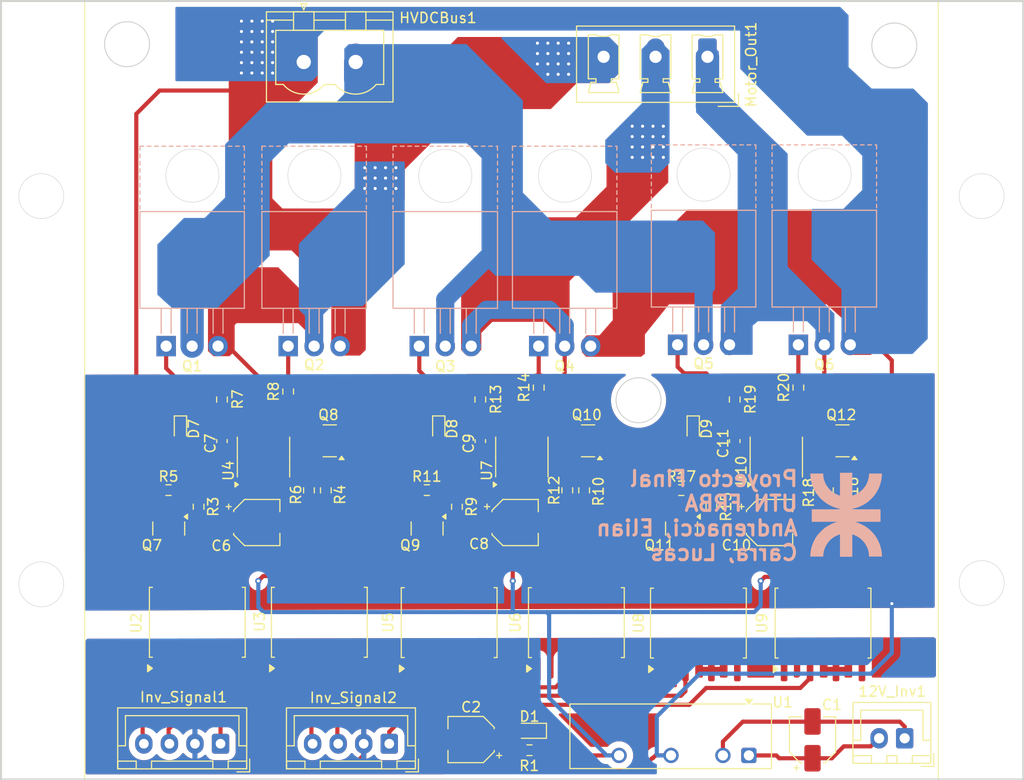
<source format=kicad_pcb>
(kicad_pcb (version 20241229) (generator "pcbnew") (generator_version "9.0")
  (layers (0 "F.Cu" signal) (2 "B.Cu" signal) (13 "F.Paste" user) (15 "B.Paste" user) (5 "F.SilkS" user "F.Silkscreen") (7 "B.SilkS" user "B.Silkscreen") (1 "F.Mask" user) (3 "B.Mask" user) (25 "Edge.Cuts" user))
  (net 0 "")
  (net 1 "GND_Inv")
  (net 2 "Net-(D1-K)")
  (net 3 "Signal_U_In")
  (net 4 "Signal_U_Sd")
  (net 5 "Signal_V_In")
  (net 6 "Signal_W_In")
  (net 7 "Signal_V_Sd")
  (net 8 "Signal_W_Sd")
  (net 9 "Gate_U_High")
  (net 10 "Gate_U_Low")
  (net 11 "Gate_V_High")
  (net 12 "Gate_V_Low")
  (net 13 "Net-(12V_Inv1-Pin_1)")
  (net 14 "Gate_W_High")
  (net 15 "Gate_W_Low")
  (net 16 "Net-(Q9-C)")
  (net 17 "Net-(Q9-B)")
  (net 18 "Net-(Q10-B)")
  (net 19 "Net-(Q10-C)")
  (net 20 "Net-(Q11-C)")
  (net 21 "Net-(Q11-B)")
  (net 22 "Net-(Q12-B)")
  (net 23 "Net-(Q12-C)")
  (net 24 "/Inversor/HVDC_Bus")
  (net 25 "/Inversor/12V_Inv")
  (net 26 "Net-(12V_Inv1-Pin_2)")
  (net 27 "Net-(D7-K)")
  (net 28 "Net-(U4-HO)")
  (net 29 "Net-(U4-LO)")
  (net 30 "Net-(U7-HO)")
  (net 31 "Net-(U7-LO)")
  (net 32 "Net-(U10-HO)")
  (net 33 "Net-(U10-LO)")
  (net 34 "Net-(Q7-B)")
  (net 35 "Net-(Q7-C)")
  (net 36 "Net-(Q8-B)")
  (net 37 "Net-(Q8-C)")
  (net 38 "Net-(D8-K)")
  (net 39 "Net-(D9-K)")
  (net 55 "/Inversor/Gnd_Micro")
  (net 59 "Mid_U")
  (net 60 "Mid_V")
  (net 61 "Mid_W")
  (footprint "Connector_Phoenix_MSTB:PhoenixContact_MSTBVA_2,5_2-G-5,08_1x02_P5.08mm_Vertical" (layer "F.Cu") (at 118.237 60.198)
    (property "Reference" "HVDCBus1")
    (property "Value" "Conn_01x02")
  )
  (footprint "Resistor_SMD:R_0603_1608Metric_Pad0.98x0.95mm_HandSolder" (layer "F.Cu") (at 141.224 92.075 90)
    (property "Reference" "R14")
    (property "Value" "10")
  )
  (footprint "Resistor_SMD:R_0603_1608Metric_Pad0.98x0.95mm_HandSolder" (layer "F.Cu") (at 166.624 92.075 90)
    (property "Reference" "R20")
    (property "Value" "10")
  )
  (footprint "Capacitor_SMD:CP_Elec_4x5.4" (layer "F.Cu") (at 113.643 105.283)
    (property "Reference" "C6")
    (property "Value" "10uF")
  )
  (footprint "Package_SO:SOP-8_6.62x9.15mm_P2.54mm" (layer "F.Cu") (at 144.907 115.0785 90)
    (property "Reference" "U6")
    (property "Value" "6N135")
  )
  (footprint "Resistor_SMD:R_0603_1608Metric_Pad0.98x0.95mm_HandSolder" (layer "F.Cu") (at 170.561 102.1315 90)
    (property "Reference" "R16")
    (property "Value" "2.2k")
  )
  (footprint "Capacitor_SMD:C_0603_1608Metric_Pad1.08x0.95mm_HandSolder" (layer "F.Cu") (at 135.509 97.3085 -90)
    (property "Reference" "C9")
    (property "Value" "100nF")
  )
  (footprint "LED_SMD:LED_0603_1608Metric_Pad1.05x0.95mm_HandSolder" (layer "F.Cu") (at 140.321 125.6665 180)
    (property "Reference" "D1")
    (property "Value" "LED_Green")
  )
  (footprint "Resistor_SMD:R_0603_1608Metric_Pad0.98x0.95mm_HandSolder" (layer "F.Cu") (at 160.401 93.2415 90)
    (property "Reference" "R19")
    (property "Value" "10")
  )
  (footprint "Package_SO:SOP-8_6.62x9.15mm_P2.54mm" (layer "F.Cu") (at 107.823 115.0455 90)
    (property "Reference" "U2")
    (property "Value" "6N135")
  )
  (footprint "Package_SO:SOP-8_6.62x9.15mm_P2.54mm" (layer "F.Cu") (at 119.761 115.0455 90)
    (property "Reference" "U3")
    (property "Value" "6N135")
  )
  (footprint "Resistor_SMD:R_0603_1608Metric_Pad0.98x0.95mm_HandSolder" (layer "F.Cu") (at 168.91 102.1315 90)
    (property "Reference" "R18")
    (property "Value" "10k")
  )
  (footprint "Package_SO:SOIC-8_3.9x4.9mm_P1.27mm" (layer "F.Cu") (at 164.465 98.868 90)
    (property "Reference" "U10")
    (property "Value" "IR2104")
  )
  (footprint "Package_SO:SOP-8_6.62x9.15mm_P2.54mm" (layer "F.Cu") (at 156.845 115.1255 90)
    (property "Reference" "U8")
    (property "Value" "6N135")
  )
  (footprint "Package_TO_SOT_SMD:SOT-23" (layer "F.Cu") (at 105.029 105.8695 -90)
    (property "Reference" "Q7")
    (property "Value" "SS8050")
  )
  (footprint "Capacitor_SMD:C_0603_1608Metric_Pad1.08x0.95mm_HandSolder" (layer "F.Cu") (at 110.236 97.3085 -90)
    (property "Reference" "C7")
    (property "Value" "100nF")
  )
  (footprint "Resistor_SMD:R_0603_1608Metric_Pad0.98x0.95mm_HandSolder" (layer "F.Cu") (at 116.713 92.456 90)
    (property "Reference" "R8")
    (property "Value" "10")
  )
  (footprint "Resistor_SMD:R_0603_1608Metric_Pad0.98x0.95mm_HandSolder" (layer "F.Cu") (at 158.115 103.7355 -90)
    (property "Reference" "R15")
    (property "Value" "2.2k")
  )
  (footprint "Resistor_SMD:R_0603_1608Metric_Pad0.98x0.95mm_HandSolder" (layer "F.Cu") (at 144.018 102.1315 90)
    (property "Reference" "R12")
    (property "Value" "10k")
  )
  (footprint "Capacitor_SMD:CP_Elec_4x5.4" (layer "F.Cu") (at 163.808 105.283)
    (property "Reference" "C10")
    (property "Value" "10uF")
  )
  (footprint "Package_SO:SOP-8_6.62x9.15mm_P2.54mm" (layer "F.Cu") (at 169.037 115.1255 90)
    (property "Reference" "U9")
    (property "Value" "6N135")
  )
  (footprint "Resistor_SMD:R_0603_1608Metric_Pad0.98x0.95mm_HandSolder" (layer "F.Cu") (at 118.745 102.1315 90)
    (property "Reference" "R6")
    (property "Value" "10k")
  )
  (footprint "Connector_JST:JST_XH_B2B-XH-A_1x02_P2.50mm_Vertical" (layer "F.Cu") (at 177.024 126.401137 180)
    (property "Reference" "12V_Inv1")
    (property "Value" "Conn_01x02")
  )
  (footprint "Resistor_SMD:R_0603_1608Metric_Pad0.98x0.95mm_HandSolder" (layer "F.Cu") (at 120.396 102.1315 90)
    (property "Reference" "R4")
    (property "Value" "2.2k")
  )
  (footprint "Package_TO_SOT_SMD:SOT-23" (layer "F.Cu") (at 170.942 97.282 180)
    (property "Reference" "Q12")
    (property "Value" "SS8050")
  )
  (footprint "Package_SO:SOP-8_6.62x9.15mm_P2.54mm" (layer "F.Cu") (at 132.461 115.0785 90)
    (property "Reference" "U5")
    (property "Value" "6N135")
  )
  (footprint "Resistor_SMD:R_0603_1608Metric_Pad0.98x0.95mm_HandSolder" (layer "F.Cu") (at 130.2785 102.108 180)
    (property "Reference" "R11")
    (property "Value" "10k")
  )
  (footprint "Capacitor_SMD:CP_Elec_4x5.4" (layer "F.Cu") (at 134.606 126.528137 180)
    (property "Reference" "C2")
    (property "Value" "4.7uF")
  )
  (footprint "Connector_JST:JST_XH_B4B-XH-A_1x04_P2.50mm_Vertical" (layer "F.Cu") (at 110.095 126.9365 180)
    (property "Reference" "Inv_Signal1")
    (property "Value" "Conn_01x04")
  )
  (footprint "Resistor_SMD:R_0603_1608Metric_Pad0.98x0.95mm_HandSolder" (layer "F.Cu") (at 145.669 102.1315 90)
    (property "Reference" "R10")
    (property "Value" "2.2k")
  )
  (footprint "Resistor_SMD:R_0603_1608Metric_Pad0.98x0.95mm_HandSolder" (layer "F.Cu") (at 105.0055 102.108 180)
    (property "Reference" "R5")
    (property "Value" "10k")
  )
  (footprint "Capacitor_SMD:C_0603_1608Metric_Pad1.08x0.95mm_HandSolder" (layer "F.Cu") (at 160.401 97.3085 -90)
    (property "Reference" "C11")
    (property "Value" "100nF")
  )
  (footprint "Connector_Phoenix_MC_HighVoltage:PhoenixContact_MCV_1,5_3-G-5.08_1x03_P5.08mm_Vertical" (layer "F.Cu") (at 157.734 59.69 180)
    (property "Reference" "Motor_Out1")
    (property "Value" "Conn_01x03")
  )
  (footprint "Image:LogoUTN" (layer "F.Cu") (at 171.2976 104.521)
    (property "Reference" "G***" (hide yes))
    (property "Value" "LOGO" (hide yes))
  )
  (footprint "Converter_DCDC:Converter_DCDC_TRACO_TMA-05xxS_12xxS_Single_THT" (layer "F.Cu") (at 161.784 128.0795 -90)
    (property "Reference" "U1")
    (property "Value" "TMA-12012S-2WR3")
  )
  (footprint "Capacitor_SMD:CP_Elec_4x5.4" (layer "F.Cu") (at 138.916 105.283)
    (property "Reference" "C8")
    (property "Value" "10uF")
  )
  (footprint "Resistor_SMD:R_0603_1608Metric_Pad0.98x0.95mm_HandSolder" (layer "F.Cu") (at 135.509 93.2415 90)
    (property "Reference" "R13")
    (property "Value" "10")
  )
  (footprint "Package_SO:SOIC-8_3.9x4.9mm_P1.27mm" (layer "F.Cu") (at 114.3 98.868 90)
    (property "Reference" "U4")
    (property "Value" "IR2104")
  )
  (footprint "Package_TO_SOT_SMD:SOT-23" (layer "F.Cu") (at 120.777 97.282 180)
    (property "Reference" "Q8")
    (property "Value" "SS8050")
  )
  (footprint "Resistor_SMD:R_0603_1608Metric_Pad0.98x0.95mm_HandSolder" (layer "F.Cu") (at 107.95 103.7355 -90)
    (property "Reference" "R3")
    (property "Value" "2.2k")
  )
  (footprint "Diode_SMD:D_SOD-523" (layer "F.Cu") (at 156.337 96.106 -90)
    (property "Reference" "D9")
    (property "Value" "MUR260S")
  )
  (footprint "Package_SO:SOIC-8_3.9x4.9mm_P1.27mm" (layer "F.Cu") (at 139.573 98.868 90)
    (property "Reference" "U7")
    (property "Value" "IR2104")
  )
  (footprint "Diode_SMD:D_SOD-523" (layer "F.Cu") (at 106.172 96.106 -90)
    (property "Reference" "D7")
    (property "Value" "MUR260S")
  )
  (footprint "Resistor_SMD:R_0603_1608Metric_Pad0.98x0.95mm_HandSolder" (layer "F.Cu") (at 155.1705 102.108 180)
    (property "Reference" "R17")
    (property "Value" "10k")
  )
  (footprint "Resistor_SMD:R_0603_1608Metric_Pad0.98x0.95mm_HandSolder" (layer "F.Cu") (at 140.321 127.5715 180)
    (property "Reference" "R1")
    (property "Value" "1.2k")
  )
  (footprint "Package_TO_SOT_SMD:SOT-23" (layer "F.Cu") (at 146.05 97.282 180)
    (property "Reference" "Q10")
    (property "Value" "SS8050")
  )
  (footprint "Package_TO_SOT_SMD:SOT-23" (layer "F.Cu") (at 130.302 105.8695 -90)
    (property "Reference" "Q9")
    (property "Value" "SS8050")
  )
  (footprint "Diode_SMD:D_SOD-523" (layer "F.Cu") (at 131.445 96.106 -90)
    (property "Reference" "D8")
    (property "Value" "MUR260S")
  )
  (footprint "Resistor_SMD:R_0603_1608Metric_Pad0.98x0.95mm_HandSolder" (layer "F.Cu") (at 110.236 93.2415 90)
    (property "Reference" "R7")
    (property "Value" "10")
  )
  (footprint "Connector_JST:JST_XH_B4B-XH-A_1x04_P2.50mm_Vertical" (layer "F.Cu") (at 126.605 126.9365 180)
    (property "Reference" "Inv_Signal2")
    (property "Value" "Conn_01x04")
  )
  (footprint "Package_TO_SOT_SMD:SOT-23" (layer "F.Cu") (at 155.194 105.8695 -90)
    (property "Reference" "Q11")
    (property "Value" "SS8050")
  )
  (footprint "Resistor_SMD:R_0603_1608Metric_Pad0.98x0.95mm_HandSolder" (layer "F.Cu") (at 133.223 103.7355 -90)
    (property "Reference" "R9")
    (property "Value" "2.2k")
  )
  (footprint "Capacitor_SMD:CP_Elec_4x5.4" (layer "F.Cu") (at 168.007 126.5555 90)
    (property "Reference" "C1")
    (property "Value" "4.7uF")
  )
  (footprint "Package_TO_SOT_THT:TO-220-3_Horizontal_TabUp" (layer "B.Cu") (at 166.624 87.884)
    (property "Reference" "Q6")
    (property "Value" "TK8A65D")
  )
  (footprint "Package_TO_SOT_THT:TO-220-3_Horizontal_TabUp" (layer "B.Cu") (at 141.224 88.011)
    (property "Reference" "Q4")
    (property "Value" "TK8A65D")
  )
  (footprint "Package_TO_SOT_THT:TO-220-3_Horizontal_TabUp" (layer "B.Cu") (at 104.775 88.011)
    (property "Reference" "Q1")
    (property "Value" "TK8A65D")
  )
  (footprint "Package_TO_SOT_THT:TO-220-3_Horizontal_TabUp" (layer "B.Cu") (at 129.54 88.011)
    (property "Reference" "Q3")
    (property "Value" "TK8A65D")
  )
  (footprint "Package_TO_SOT_THT:TO-220-3_Horizontal_TabUp" (layer "B.Cu") (at 116.713 88.011)
    (property "Reference" "Q2")
    (property "Value" "TK8A65D")
  )
  (footprint "Package_TO_SOT_THT:TO-220-3_Horizontal_TabUp" (layer "B.Cu") (at 154.813 87.884)
    (property "Reference" "Q5")
    (property "Value" "TK8A65D")
  )
  (gr_poly (pts (xy 123.317 72.9615) (xy 123.952 73.5965) (xy 128.016 73.5965) (xy 128.016 70.6755) (xy 133.985 64.7065) (xy 142.367 64.7065) (xy 144.907 62.1665) (xy 148.082 62.1665) (xy 148.971 61.2775) (xy 148.971 58.7375) (xy 148.082 57.8485) (xy 133.35 57.8485) (xy 123.317 67.8815)) (stroke (width 0.2)) (fill yes) (layers "F.Cu" "F.Mask") (net 59))
  (gr_poly (pts (xy 145.542 88.566622) (xy 145.903577 88.9508) (xy 151.213177 88.9508) (xy 151.511 88.7095) (xy 151.511 88.2015) (xy 151.511 86.83625) (xy 153.924 83.82) (xy 169.418 83.82) (xy 170.942 85.1916) (xy 170.942 88.2396) (xy 171.4754 88.773) (xy 173.679753 88.773) (xy 173.863 88.5825) (xy 173.863 85.217) (xy 174.117 84.963) (xy 176.149 84.963) (xy 176.149 76.2) (xy 174.752 74.7395) (xy 155.829 74.7395) (xy 148.543282 82.025218) (xy 148.570774 85.492356) (xy 147.209623 87.0585) (xy 145.941143 87.0585) (xy 145.542 87.524165)) (stroke (width 0.2)) (fill yes) (layers "F.Cu" "F.Mask") (net 1))
  (gr_poly (pts (xy 121.412 88.8365) (xy 123.698 88.8365) (xy 124.206 88.3285) (xy 124.206 76.5175) (xy 122.3264 74.6379) (xy 116.1034 74.6379) (xy 115.062 73.5965) (xy 115.062 66.6115) (xy 119.507 62.1665) (xy 119.507 54.9275) (xy 110.998 54.9275) (xy 110.998 67.945) (xy 110.998 77.7875) (xy 111.76 78.5495) (xy 117.094 78.5495) (xy 121.031 82.4865) (xy 121.031 88.4555)) (stroke (width 0.2)) (fill yes) (layers "F.Cu" "F.Mask") (net 1))
  (gr_poly (pts (xy 108.966 88.447562) (xy 109.4486 88.9) (xy 110.930268 88.9) (xy 111.379 88.479314) (xy 111.379 85.9155) (xy 111.633 85.6615) (xy 117.729 85.6615) (xy 118.491 86.4235) (xy 118.491 88.4555) (xy 118.872 88.8365) (xy 119.634 88.8365) (xy 120.015 88.4555) (xy 120.015 84.709) (xy 115.697 80.391) (xy 109.728 80.391) (xy 108.966 81.153)) (stroke (width 0.2)) (fill yes) (layers "F.Cu" "F.Mask") (net 59))
  (gr_poly (pts (xy 133.731 82.6135) (xy 140.843 75.5015) (xy 144.907 75.5015) (xy 147.955 72.4535) (xy 147.955 68.0085) (xy 151.511 64.4525) (xy 151.511 59.1185) (xy 152.146 58.4835) (xy 153.162 58.4835) (xy 153.797 59.1185) (xy 153.797 71.9455) (xy 152.654 73.0885) (xy 144.145 81.5975) (xy 144.145 85.5345) (xy 144.526 85.9155) (xy 144.526 88.4555) (xy 144.145 88.8365) (xy 143.383 88.8365) (xy 143.002 88.4555) (xy 143.002 86.6775) (xy 141.859 85.5345) (xy 136.652 85.5345) (xy 135.509 86.6775) (xy 135.509 88.3285) (xy 135.001 88.8365) (xy 134.239 88.8365) (xy 133.731 88.3285)) (stroke (width 0.2)) (fill yes) (layers "F.Cu" "F.Mask") (net 60))
  (gr_poly (pts (xy 122.682 58.547) (xy 134.112 58.547) (xy 139.573 64.008) (xy 139.573 73.025) (xy 142.367 75.819) (xy 157.226 75.819) (xy 158.369 76.962) (xy 158.369 82.423) (xy 158.143222 82.677) (xy 146.812 82.677) (xy 145.288 81.153) (xy 145.288 81.026) (xy 137.033 81.026) (xy 135.89 79.883) (xy 135.89 69.723) (xy 134.239 68.072) (xy 116.713 68.072) (xy 114.808 69.977) (xy 114.808 79.121) (xy 109.728 84.201) (xy 105.41 84.201) (xy 104.013 82.931) (xy 104.013 78.105) (xy 106.553 75.565) (xy 108.585 75.565) (xy 110.6424 73.5076) (xy 110.6424 68.3006) (xy 114.681 64.262) (xy 121.412 64.262) (xy 122.301 63.373) (xy 122.301 58.928)) (stroke (width 0.2)) (fill yes) (layers "B.Cu" "B.Mask") (net 24))
  (gr_poly (pts (xy 152.019 58.3565) (xy 153.162 58.3565) (xy 153.924 59.1185) (xy 153.924 70.0405) (xy 153.035 70.9295) (xy 148.717 70.9295) (xy 147.828 70.0405) (xy 147.828 67.8815) (xy 151.384 64.3255) (xy 151.384 58.9915)) (stroke (width 0.2)) (fill yes) (layers "B.Cu" "B.Mask") (net 60))
  (gr_poly (pts (xy 120.015 88.4555) (xy 119.634 88.8365) (xy 118.872 88.8365) (xy 118.491 88.4555) (xy 118.491 85.0265) (xy 117.856 84.3915) (xy 117.856 78.0415) (xy 123.317 72.5805) (xy 123.317 70.0405) (xy 128.016 70.0405) (xy 128.016 79.9465) (xy 123.952 84.0105) (xy 120.904 84.0105) (xy 120.015 84.8995)) (stroke (width 0.2)) (fill yes) (layers "B.Cu" "B.Mask") (net 59))
  (gr_poly (pts (xy 171.436 88.682137) (xy 177.75263 88.682137) (xy 179.181571 87.254154) (xy 179.197 64.263083) (xy 177.835054 62.901137) (xy 173.749214 62.901137) (xy 171.436 60.742137) (xy 171.436 55.662137) (xy 170.674 54.900137) (xy 105.777 54.900137) (xy 105.777 61.976) (xy 118.999 61.976) (xy 119.507 61.468) (xy 119.507 57.7215) (xy 120.2055 57.023) (xy 160.909 57.023) (xy 161.036 57.15) (xy 161.036 60.833) (xy 167.513 67.31) (xy 170.942 67.31) (xy 172.974 69.342) (xy 172.974 72.771) (xy 171.069 74.676) (xy 168.021 74.676) (xy 168.021 79.518525) (xy 170.942 82.402433) (xy 170.942 88.2015)) (stroke (width 0.2)) (fill yes) (layers "B.Cu" "B.Mask") (net 1))
  (gr_poly (pts (xy 137.668 57.8485) (xy 141.986 62.1665) (xy 148.082 62.1665) (xy 148.971 61.2775) (xy 148.971 58.7375) (xy 148.082 57.8485)) (stroke (width 0.2)) (fill yes) (layers "B.Cu" "B.Mask") (net 59))
  (gr_poly (pts (xy 159.512001 88.773) (xy 159.131 88.328499) (xy 159.131 84.074) (xy 160.782 82.423) (xy 160.782 69.215) (xy 156.718 65.0875) (xy 156.718 62.484) (xy 156.704 59.345137) (xy 157.212 58.710137) (xy 158.228 58.710137) (xy 158.736 59.218137) (xy 158.736 62.647137) (xy 165.481 69.215) (xy 165.481 80.264) (xy 170.053 84.884777) (xy 170.053 88.265) (xy 169.545 88.773) (xy 168.91 88.773) (xy 168.402 88.265) (xy 168.402 86.36) (xy 167.513 85.471) (xy 162.6362 85.471) (xy 162.052 85.957834) (xy 162.052 88.773)) (stroke (width 0.2)) (fill yes) (layers "B.Cu" "B.Mask") (net 61))
  (gr_line (start 180.307 130.3655) (end 180.307 54.2925) (stroke (width 0.1)) (layer "F.SilkS"))
  (gr_line (start 96.807 54.2925) (end 96.807 130.3655) (stroke (width 0.1)) (layer "F.SilkS"))
  (gr_circle (center 132.08 71.3486) (end 134.68 71.3486) (stroke (width 0.05)) (fill no) (layer "Edge.Cuts"))
  (gr_circle (center 150.989 93.310137) (end 153.189 93.310137) (stroke (width 0.1)) (fill no) (layer "Edge.Cuts"))
  (gr_circle (center 119.2784 71.3232) (end 121.8784 71.3232) (stroke (width 0.05)) (fill no) (layer "Edge.Cuts"))
  (gr_circle (center 92.557 111.329) (end 94.757 111.329) (stroke (width 0.05)) (fill no) (layer "Edge.Cuts"))
  (gr_circle (center 184.557 73.329) (end 186.757 73.329) (stroke (width 0.05)) (fill no) (layer "Edge.Cuts"))
  (gr_circle (center 157.353 71.2216) (end 159.953 71.2216) (stroke (width 0.05)) (fill no) (layer "Edge.Cuts"))
  (gr_circle (center 184.557 111.204) (end 186.757 111.204) (stroke (width 0.05)) (fill no) (layer "Edge.Cuts"))
  (gr_circle (center 92.557 73.329) (end 94.757 73.329) (stroke (width 0.05)) (fill no) (layer "Edge.Cuts"))
  (gr_circle (center 100.951 58.456137) (end 103.151 58.456137) (stroke (width 0.1)) (fill no) (layer "Edge.Cuts"))
  (gr_rect (start 88.6205 54.229) (end 188.6205 130.429) (stroke (width 0.2)) (fill no) (layer "Edge.Cuts"))
  (gr_circle (center 176.008 58.583137) (end 178.208 58.583137) (stroke (width 0.1)) (fill no) (layer "Edge.Cuts"))
  (gr_circle (center 107.3404 71.3232) (end 109.9404 71.3232) (stroke (width 0.05)) (fill no) (layer "Edge.Cuts"))
  (gr_circle (center 169.1894 71.2216) (end 171.7894 71.2216) (stroke (width 0.05)) (fill no) (layer "Edge.Cuts"))
  (gr_circle (center 143.7894 71.3232) (end 146.3894 71.3232) (stroke (width 0.05)) (fill no) (layer "Edge.Cuts"))
  (gr_text "Proyecto Final \nUTN FRBA\nAndrenacci, Elian\nCarra, Lucas\n" (at 166.7256 109.1184 0) (layer "B.SilkS") (effects (font (size 1.5 1.5) (thickness 0.3) (bold yes)) (justify left bottom mirror)))
  (segment (start 148.717 111.5695) (end 148.717 113.2205) (width 0.4064) (layer "F.Cu") (net 1))
  (segment (start 144.9682 113.2205) (end 143.9545 113.2205) (width 0.4064) (layer "F.Cu") (net 1))
  (segment (start 116.205 101.343) (end 117.091 101.343) (width 0.4064) (layer "F.Cu") (net 1))
  (segment (start 115.465 105.283) (end 115.443 105.305) (width 0.4064) (layer "F.Cu") (net 1))
  (segment (start 123.571 113.2205) (end 123.571 107.63) (width 0.4064) (layer "F.Cu") (net 1))
  (segment (start 144.9682 106.9998) (end 144.9682 113.2205) (width 0.4064) (layer "F.Cu") (net 1))
  (segment (start 151.067241 129.6035) (end 144.78 129.6035) (width 0.4064) (layer "F.Cu") (net 1))
  (segment (start 174.244 87.884) (end 171.704 87.884) (width 0.4064) (layer "F.Cu") (net 1))
  (segment (start 149.5425 113.2205) (end 143.9545 113.2205) (width 0.4064) (layer "F.Cu") (net 1))
  (segment (start 141.986 105.283) (end 142.748 104.521) (width 0.4064) (layer "F.Cu") (net 1))
  (segment (start 132.842 129.3495) (end 139.305 129.3495) (width 0.4064) (layer "F.Cu") (net 1))
  (segment (start 123.444 113.2205) (end 122.65025 113.2205) (width 0.4064) (layer "F.Cu") (net 1))
  (segment (start 123.571 107.63) (end 123.632 107.569) (width 0.4064) (layer "F.Cu") (net 1))
  (segment (start 153.132 104.932) (end 151.003 107.061) (width 0.4064) (layer "F.Cu") (net 1))
  (segment (start 152.9715 113.2205) (end 151.003 113.2205) (width 0.4064) (layer "F.Cu") (net 1))
  (segment (start 147.828 96.3295) (end 148.717 97.2185) (width 0.4064) (layer "F.Cu") (net 1))
  (segment (start 104.079 104.932) (end 101.884 104.932) (width 0.4064) (layer "F.Cu") (net 1))
  (segment (start 148.717 97.2185) (end 148.717 110.5535) (width 0.4064) (layer "F.Cu") (net 1))
  (segment (start 119.8268 106.8682) (end 119.8268 113.1593) (width 0.4064) (layer "F.Cu") (net 1))
  (segment (start 152.4 128.3335) (end 152.337241 128.3335) (width 0.4064) (layer "F.Cu") (net 1))
  (segment (start 142.748 104.521) (end 142.748 102.4944) (width 0.4064) (layer "F.Cu") (net 1))
  (segment (start 129.352 104.932) (end 128.367 104.932) (width 0.4064) (layer "F.Cu") (net 1))
  (segment (start 152.654 128.0795) (end 152.4 128.3335) (width 0.4064) (layer "F.Cu") (net 1))
  (segment (start 139.432 127.548) (end 139.432 129.2225) (width 0.4064) (layer "F.Cu") (net 1))
  (segment (start 151.003 107.061) (end 151.003 113.2205) (width 0.4064) (layer "F.Cu") (net 1))
  (segment (start 119.8268 113.1593) (end 119.888 113.2205) (width 0.4064) (layer "F.Cu") (net 1))
  (segment (start 171.029282 102.1107) (end 171.6255 102.706918) (width 0.4064) (layer "F.Cu") (net 1))
  (segment (start 132.08 128.5875) (end 132.842 129.3495) (width 0.4064) (layer "F.Cu") (net 1))
  (segment (start 123.632 97.089) (end 122.875 96.332) (width 0.4064) (layer "F.Cu") (net 1))
  (segment (start 144.78 129.6035) (end 144.526 129.3495) (width 0.4064) (layer "F.Cu") (net 1))
  (segment (start 146.7335 102.706918) (end 146.7335 105.2345) (width 0.4064) (layer "F.Cu") (net 1))
  (segment (start 142.748 102.4944) (end 143.1317 102.1107) (width 0.4064) (layer "F.Cu") (net 1))
  (segment (start 117.091 101.343) (end 117.8587 102.1107) (width 0.4064) (layer "F.Cu") (net 1))
  (segment (start 140.716 105.283) (end 141.986 105.283) (width 0.4064) (layer "F.Cu") (net 1))
  (segment (start 141.478 101.343) (end 142.364 101.343) (width 0.4064) (layer "F.Cu") (net 1))
  (segment (start 154.164 128.0795) (end 152.654 128.0795) (width 0.4064) (layer "F.Cu") (net 1))
  (segment (start 136.271 113.2205) (end 136.271 110.998) (width 0.4064) (layer "F.Cu") (net 1))
  (segment (start 101.854 65.278) (end 104.14 62.992) (width 0.4064) (layer "F.Cu") (net 1))
  (segment (start 169.037 107.823) (end 169.037 113.2205) (width 0.4064) (layer "F.Cu") (net 1))
  (segment (start 117.475 104.521) (end 117.475 102.4944) (width 0.4064) (layer "F.Cu") (net 1))
  (segment (start 102.997 113.2205) (end 101.854 112.0775) (width 0.4064) (layer "F.Cu") (net 1))
  (segment (start 146.137282 102.1107) (end 146.7335 102.706918) (width 0.4064) (layer "F.Cu") (net 1))
  (segment (start 132.08 126.5775) (end 132.08 128.5875) (width 0.4064) (layer "F.Cu") (net 1))
  (segment (start 121.4605 102.706918) (end 121.4605 105.2345) (width 0.4064) (layer "F.Cu") (net 1))
  (segment (start 132.806 126.528137) (end 132.129363 126.528137) (width 0.4064) (layer "F.Cu") (net 1))
  (segment (start 143.1317 102.1107) (end 146.137282 102.1107) (width 0.4064) (layer "F.Cu") (net 1))
  (segment (start 139.4085 127.5715) (end 139.432 127.548) (width 0.4064) (layer "F.Cu") (net 1))
  (segment (start 167.64 104.521) (end 167.64 102.4944) (width 0.4064) (layer "F.Cu") (net 1))
  (segment (start 159.9565 113.2205) (end 152.9715 113.2205) (width 0.4064) (layer "F.Cu") (net 1))
  (segment (start 168.0237 102.1107) (end 171.029282 102.1107) (width 0.4064) (layer "F.Cu") (net 1))
  (segment (start 171.8795 96.332) (end 175.702 96.332) (width 0.4064) (layer "F.Cu") (net 1))
  (segment (start 121.4605 105.2345) (end 119.8268 106.8682) (width 0.4064) (layer "F.Cu") (net 1))
  (segment (start 111.633 113.2205) (end 123.444 113.2205) (width 0.4064) (layer "F.Cu") (net 1))
  (segment (start 167.256 101.343) (end 168.0237 102.1107) (width 0.4064) (layer "F.Cu") (net 1))
  (segment (start 166.878 105.283) (end 167.64 104.521) (width 0.4064) (layer "F.Cu") (net 1))
  (segment (start 146.939 96.3295) (end 147.828 96.3295) (width 0.4064) (layer "F.Cu") (net 1))
  (segment (start 165.63 105.283) (end 165.608 105.305) (width 0.4064) (layer "F.Cu") (net 1))
  (segment (start 120.864282 102.1107) (end 121.4605 102.706918) (width 0.4064) (layer "F.Cu") (net 1))
  (segment (start 111.633 113.2205) (end 102.997 113.2205) (width 0.4064) (layer "F.Cu") (net 1))
  (segment (start 175.768 107.442) (end 175.768 96.266) (width 0.4064) (layer "F.Cu") (net 1))
  (segment (start 117.8587 102.1107) (end 120.864282 102.1107) (width 0.4064) (layer "F.Cu") (net 1))
  (segment (start 160.655 110.998) (end 160.655 113.2205) (width 0.4064) (layer "F.Cu") (net 1))
  (segment (start 148.717 110.5535) (end 148.717 111.5695) (width 0.4064) (layer "F.Cu") (net 1))
  (segment (start 146.7335 105.2345) (end 144.9682 106.9998) (width 0.4064) (layer "F.Cu") (net 1))
  (segment (start 117.475 102.4944) (end 117.8587 102.1107) (width 0.4064) (layer "F.Cu") (net 1))
  (segment (start 175.768 113.2205) (end 175.768 107.442) (width 0.4064) (layer "F.Cu") (net 1))
  (segment (start 122.875 96.332) (end 121.7145 96.332) (width 0.4064) (layer "F.Cu") (net 1))
  (segment (start 132.129363 126.528137) (end 132.08 126.5775) (width 0.4064) (layer "F.Cu") (net 1))
  (segment (start 175.702 96.332) (end 175.768 96.266) (width 0.4064) (layer "F.Cu") (net 1))
  (segment (start 128.367 104.932) (end 126.365 106.934) (width 0.4064) (layer "F.Cu") (net 1))
  (segment (start 144.526 129.3495) (end 139.305 129.3495) (width 0.4064) (layer "F.Cu") (net 1))
  (segment (start 175.768 89.408) (end 174.244 87.884) (width 0.4064) (layer "F.Cu") (net 1))
  (segment (start 151.003 113.2205) (end 149.5425 113.2205) (width 0.4064) (layer "F.Cu") (net 1))
  (segment (start 148.717 111.125) (end 148.717 111.5695) (width 0.4064) (layer "F.Cu") (net 1))
  (segment (start 152.337241 128.3335) (end 151.067241 129.6035) (width 0.4064) (layer "F.Cu") (net 1))
  (segment (start 138.811 113.2205) (end 143.9545 113.2205) (width 0.4064) (layer "F.Cu") (net 1))
  (segment (start 123.632 107.569) (end 123.632 97.089) (width 0.4064) (layer "F.Cu") (net 1))
  (segment (start 111.633 110.5205) (end 111.633 113.2205) (width 0.4064) (layer "F.Cu") (net 1))
  (segment (start 167.64 102.4944) (end 168.0237 102.1107) (width 0.4064) (layer "F.Cu") (net 1))
  (segment (start 138.811 113.2205) (end 126.365 113.2205) (width 0.4064) (layer "F.Cu") (net 1))
  (segment (start 171.6255 105.2345) (end 169.037 107.823) (width 0.4064) (layer "F.Cu") (net 1))
  (segment (start 166.37 101.343) (end 167.256 101.343) (width 0.4064) (layer "F.Cu") (net 1))
  (segment (start 171.6255 102.706918) (end 171.6255 105.2345) (width 0.4064) (layer "F.Cu") (net 1))
  (segment (start 154.244 104.932) (end 153.132 104.932) (width 0.4064) (layer "F.Cu") (net 1))
  (segment (start 165.608 105.283) (end 166.878 105.283) (width 0.4064) (layer "F.Cu") (net 1))
  (segment (start 126.365 106.934) (end 126.365 113.2205) (width 0.4064) (layer "F.Cu") (net 1))
  (segment (start 142.364 101.343) (end 143.1317 102.1107) (width 0.4064) (layer "F.Cu") (net 1))
  (segment (start 115.443 105.283) (end 116.713 105.283) (width 0.4064) (layer "F.Cu") (net 1))
  (segment (start 159.9565 113.2205) (end 168.7195 113.2205) (width 0.4064) (layer "F.Cu") (net 1))
  (segment (start 101.854 112.0775) (end 101.854 65.278) (width 0.4064) (layer "F.Cu") (net 1))
  (segment (start 104.14 62.992) (end 113.411 62.992) (width 0.4064) (layer "F.Cu") (net 1))
  (segment (start 122.65025 113.2205) (end 126.365 113.2205) (width 0.4064) (layer "F.Cu") (net 1))
  (segment (start 168.7195 113.2205) (end 175.768 113.2205) (width 0.4064) (layer "F.Cu") (net 1))
  (segment (start 172.847 110.998) (end 172.847 113.2205) (width 0.4064) (layer "F.Cu") (net 1))
  (segment (start 139.432 129.2225) (end 139.305 129.3495) (width 0.4064) (layer "F.Cu") (net 1))
  (segment (start 175.768 96.266) (end 175.768 89.408) (width 0.4064) (layer "F.Cu") (net 1))
  (segment (start 140.738 105.283) (end 140.716 105.305) (width 0.4064) (layer "F.Cu") (net 1))
  (segment (start 116.713 105.283) (end 117.475 104.521) (width 0.4064) (layer "F.Cu") (net 1))
  (via (at 115.189 58.2295) (size 0.508) (drill 0.3048) (layers "F.Cu" "B.Cu") (net 1))
  (via (at 113.157 59.2455) (size 0.508) (drill 0.3048) (layers "F.Cu" "B.Cu") (net 1))
  (via (at 112.141 57.2135) (size 0.508) (drill 0.3048) (layers "F.Cu" "B.Cu") (net 1))
  (via (at 112.141 59.2455) (size 0.508) (drill 0.3048) (layers "F.Cu" "B.Cu") (net 1))
  (via (at 112.141 58.2295) (size 0.508) (drill 0.3048) (layers "F.Cu" "B.Cu") (net 1))
  (via (at 115.189 61.2775) (size 0.508) (drill 0.3048) (layers "F.Cu" "B.Cu") (net 1))
  (via (at 115.189 60.2615) (size 0.508) (drill 0.3048) (layers "F.Cu" "B.Cu") (net 1))
  (via (at 115.189 59.2455) (size 0.508) (drill 0.3048) (layers "F.Cu" "B.Cu") (net 1))
  (via (at 115.189 57.2135) (size 0.508) (drill 0.3048) (layers "F.Cu" "B.Cu") (net 1))
  (via (at 115.189 56.1975) (size 0.508) (drill 0.3048) (layers "F.Cu" "B.Cu") (net 1))
  (via (at 113.157 61.2775) (size 0.508) (drill 0.3048) (layers "F.Cu" "B.Cu") (net 1))
  (via (at 114.173 59.2455) (size 0.508) (drill 0.3048) (layers "F.Cu" "B.Cu") (net 1))
  (via (at 114.173 61.2775) (size 0.508) (drill 0.3048) (layers "F.Cu" "B.Cu") (net 1))
  (via (at 113.157 60.2615) (size 0.508) (drill 0.3048) (layers "F.Cu" "B.Cu") (net 1))
  (via (at 113.157 58.2295) (size 0.508) (drill 0.3048) (layers "F.Cu" "B.Cu") (net 1))
  (via (at 113.157 57.2135) (size 0.508) (drill 0.3048) (layers "F.Cu" "B.Cu") (net 1))
  (via (at 114.173 56.1975) (size 0.508) (drill 0.3048) (layers "F.Cu" "B.Cu") (net 1))
  (via (at 175.768 113.2205) (size 0.6) (drill 0.3) (layers "F.Cu" "B.Cu") (net 1))
  (via (at 114.173 57.2135) (size 0.508) (drill 0.3048) (layers "F.Cu" "B.Cu") (net 1))
  (via (at 112.141 56.1975) (size 0.508) (drill 0.3048) (layers "F.Cu" "B.Cu") (net 1))
  (via (at 112.141 61.2775) (size 0.508) (drill 0.3048) (layers "F.Cu" "B.Cu") (net 1))
  (via (at 112.141 60.2615) (size 0.508) (drill 0.3048) (layers "F.Cu" "B.Cu") (net 1))
  (via (at 114.173 60.2615) (size 0.508) (drill 0.3048) (layers "F.Cu" "B.Cu") (net 1))
  (via (at 114.173 58.2295) (size 0.508) (drill 0.3048) (layers "F.Cu" "B.Cu") (net 1))
  (via (at 113.157 56.1975) (size 0.508) (drill 0.3048) (layers "F.Cu" "B.Cu") (net 1))
  (segment (start 152.894028 128.0795) (end 154.164 128.0795) (width 0.4064) (layer "B.Cu") (net 1))
  (segment (start 152.774014 127.959486) (end 152.894028 128.0795) (width 0.4064) (layer "B.Cu") (net 1))
  (segment (start 118.237 60.198) (end 118.237 58.039) (width 2.286) (layer "B.Cu") (net 1))
  (segment (start 175.768 118.0465) (end 173.736 120.0785) (width 0.4064) (layer "B.Cu") (net 1))
  (segment (start 173.736 120.0785) (end 156.972 120.0785) (width 0.4064) (layer "B.Cu") (net 1))
  (segment (start 156.972 120.0785) (end 152.774014 124.276486) (width 0.4064) (layer "B.Cu") (net 1))
  (segment (start 152.774014 124.276486) (end 152.774014 127.959486) (width 0.4064) (layer "B.Cu") (net 1))
  (segment (start 175.768 113.2205) (end 175.768 118.0465) (width 0.4064) (layer "B.Cu") (net 1))
  (segment (start 141.196 125.6665) (end 141.196 127.534) (width 0.4064) (layer "F.Cu") (net 2))
  (segment (start 141.196 127.534) (end 141.2335 127.5715) (width 0.4064) (layer "F.Cu") (net 2))
  (segment (start 106.553 121.688137) (end 106.553 118.618) (width 0.4064) (layer "F.Cu") (net 3))
  (segment (start 103.745 123.226137) (end 105.015 123.226137) (width 0.4064) (layer "F.Cu") (net 3))
  (segment (start 102.475 124.496137) (end 103.745 123.226137) (width 0.4064) (layer "F.Cu") (net 3))
  (segment (start 102.475 126.9365) (end 102.475 124.496137) (width 0.4064) (layer "F.Cu") (net 3))
  (segment (start 105.015 123.226137) (end 106.553 121.688137) (width 0.4064) (layer "F.Cu") (net 3))
  (segment (start 118.491 120.269) (end 118.491 118.618) (width 0.4064) (layer "F.Cu") (net 4))
  (segment (start 116.6495 122.1105) (end 118.491 120.269) (width 0.4064) (layer "F.Cu") (net 4))
  (segment (start 105.015 126.9365) (end 105.015 125.512137) (width 0.4064) (layer "F.Cu") (net 4))
  (segment (start 105.015 125.512137) (end 108.416637 122.1105) (width 0.4064) (layer "F.Cu") (net 4))
  (segment (start 108.416637 122.1105) (end 116.6495 122.1105) (width 0.4064) (layer "F.Cu") (net 4))
  (segment (start 110.095 126.9365) (end 110.095 125.258137) (width 0.4064) (layer "F.Cu") (net 5))
  (segment (start 118.618 121.9835) (end 130.683 121.9835) (width 0.4064) (layer "F.Cu") (net 5))
  (segment (start 116.529182 124.072319) (end 118.618 121.9835) (width 0.4064) (layer "F.Cu") (net 5))
  (segment (start 111.280818 124.072319) (end 116.529182 124.072319) (width 0.4064) (layer "F.Cu") (net 5))
  (segment (start 130.683 121.9835) (end 131.191 121.4755) (width 0.4064) (layer "F.Cu") (net 5))
  (segment (start 131.191 121.4755) (end 131.191 119.9845) (width 0.4064) (layer "F.Cu") (net 5))
  (segment (start 110.095 125.258137) (end 111.280818 124.072319) (width 0.4064) (layer "F.Cu") (net 5))
  (segment (start 122.894637 123.8885) (end 121.525 125.258137) (width 0.4064) (layer "F.Cu") (net 6))
  (segment (start 155.575 118.618) (end 155.575 121.793) (width 0.4064) (layer "F.Cu") (net 6))
  (segment (start 155.1305 122.2375) (end 133.096 122.2375) (width 0.4064) (layer "F.Cu") (net 6))
  (segment (start 133.096 122.2375) (end 131.445 123.8885) (width 0.4064) (layer "F.Cu") (net 6))
  (segment (start 131.445 123.8885) (end 122.894637 123.8885) (width 0.4064) (layer "F.Cu") (net 6))
  (segment (start 155.575 121.793) (end 155.1305 122.2375) (width 0.4064) (layer "F.Cu") (net 6))
  (segment (start 121.525 125.258137) (end 121.525 126.9365) (width 0.4064) (layer "F.Cu") (net 6))
  (segment (start 142.875 121.412) (end 143.764 120.523) (width 0.4064) (layer "F.Cu") (net 7))
  (segment (start 130.937 122.9995) (end 132.5245 121.412) (width 0.4064) (layer "F.Cu") (net 7))
  (segment (start 118.985 126.9365) (end 118.985 124.750137) (width 0.4064) (layer "F.Cu") (net 7))
  (segment (start 132.5245 121.412) (end 142.875 121.412) (width 0.4064) (layer "F.Cu") (net 7))
  (segment (start 118.985 124.750137) (end 120.735637 122.9995) (width 0.4064) (layer "F.Cu") (net 7))
  (segment (start 143.764 120.523) (end 143.764 118.618) (width 0.4064) (layer "F.Cu") (net 7))
  (segment (start 120.735637 122.9995) (end 130.937 122.9995) (width 0.4064) (layer "F.Cu") (net 7))
  (segment (start 126.605 125.766137) (end 126.605 126.9365) (width 0.4064) (layer "F.Cu") (net 8))
  (segment (start 167.767 118.651) (end 167.767 120.523) (width 0.4064) (layer "F.Cu") (net 8))
  (segment (start 166.8145 121.4755) (end 157.607 121.4755) (width 0.4064) (layer "F.Cu") (net 8))
  (segment (start 155.956 123.1265) (end 133.858 123.1265) (width 0.4064) (layer "F.Cu") (net 8))
  (segment (start 133.858 123.1265) (end 132.334 124.6505) (width 0.4064) (layer "F.Cu") (net 8))
  (segment (start 127.720637 124.6505) (end 126.605 125.766137) (width 0.4064) (layer "F.Cu") (net 8))
  (segment (start 157.607 121.4755) (end 155.956 123.1265) (width 0.4064) (layer "F.Cu") (net 8))
  (segment (start 132.334 124.6505) (end 127.720637 124.6505) (width 0.4064) (layer "F.Cu") (net 8))
  (segment (start 167.767 120.523) (end 166.8145 121.4755) (width 0.4064) (layer "F.Cu") (net 8))
  (segment (start 104.775 88.138) (end 104.775 90.17) (width 0.4064) (layer "F.Cu") (net 9))
  (segment (start 104.775 90.17) (end 105.664 91.059) (width 0.4064) (layer "F.Cu") (net 9))
  (segment (start 104.775 88.011) (end 104.902 88.011) (width 0.4064) (layer "F.Cu") (net 9))
  (segment (start 104.902 88.011) (end 104.775 88.138) (width 0.4064) (layer "F.Cu") (net 9))
  (segment (start 105.664 91.059) (end 107.823 91.059) (width 0.4064) (layer "F.Cu") (net 9))
  (segment (start 107.823 91.059) (end 109.093 92.329) (width 0.4064) (layer "F.Cu") (net 9))
  (segment (start 109.093 92.329) (end 110.236 92.329) (width 0.4064) (layer "F.Cu") (net 9))
  (segment (start 116.713 91.5435) (end 116.713 88.011) (width 0.4064) (layer "F.Cu") (net 10))
  (segment (start 134.366 92.329) (end 135.509 92.329) (width 0.4064) (layer "F.Cu") (net 11))
  (segment (start 133.096 91.059) (end 134.366 92.329) (width 0.4064) (layer "F.Cu") (net 11))
  (segment (start 129.54 90.424) (end 130.175 91.059) (width 0.4064) (layer "F.Cu") (net 11))
  (segment (start 129.54 88.011) (end 129.54 90.424) (width 0.4064) (layer "F.Cu") (net 11))
  (segment (start 130.175 91.059) (end 133.096 91.059) (width 0.4064) (layer "F.Cu") (net 11))
  (segment (start 141.224 88.011) (end 141.224 91.1625) (width 0.4064) (layer "F.Cu") (net 12))
  (segment (start 159.244 128.0795) (end 159.244 126.7219) (width 0.4064) (layer "F.Cu") (net 13))
  (segment (start 161.1884 124.7775) (end 176.5427 124.7775) (width 0.4064) (layer "F.Cu") (net 13))
  (segment (start 176.5427 124.7775) (end 177.024 125.2588) (width 0.4064) (layer "F.Cu") (net 13))
  (segment (start 159.244 126.7219) (end 161.1884 124.7775) (width 0.4064) (layer "F.Cu") (net 13))
  (segment (start 177.024 125.2588) (end 177.024 126.401137) (width 0.4064) (layer "F.Cu") (net 13))
  (segment (start 154.813 87.884) (end 154.813 88.773) (width 0.4064) (layer "F.Cu") (net 14))
  (segment (start 154.813 87.884) (end 154.813 90.043) (width 0.4064) (layer "F.Cu") (net 14))
  (segment (start 157.607 90.678) (end 159.258 92.329) (width 0.4064) (layer "F.Cu") (net 14))
  (segment (start 159.258 92.329) (end 160.401 92.329) (width 0.4064) (layer "F.Cu") (net 14))
  (segment (start 154.813 90.043) (end 155.448 90.678) (width 0.4064) (layer "F.Cu") (net 14))
  (segment (start 155.448 90.678) (end 157.607 90.678) (width 0.4064) (layer "F.Cu") (net 14))
  (segment (start 166.624 91.1625) (end 166.624 87.884) (width 0.4064) (layer "F.Cu") (net 15))
  (segment (start 129.286 96.393) (end 129.286 101.6) (width 0.4064) (layer "F.Cu") (net 16))
  (segment (start 137.971914 99.822) (end 134.747 99.822) (width 0.4064) (layer "F.Cu") (net 16))
  (segment (start 134.747 99.822) (end 133.985 99.06) (width 0.4064) (layer "F.Cu") (net 16))
  (segment (start 133.985 96.647) (end 133.477 96.139) (width 0.4064) (layer "F.Cu") (net 16))
  (segment (start 129.5165 102.108) (end 129.286 101.8775) (width 0.4064) (layer "F.Cu") (net 16))
  (segment (start 138.938 100.788086) (end 137.971914 99.822) (width 0.4064) (layer "F.Cu") (net 16))
  (segment (start 133.985 99.06) (end 133.985 96.647) (width 0.4064) (layer "F.Cu") (net 16))
  (segment (start 129.5785 96.1005) (end 129.54 96.139) (width 0.381) (layer "F.Cu") (net 16))
  (segment (start 129.5165 102.91) (end 129.5165 102.108) (width 0.4064) (layer "F.Cu") (net 16))
  (segment (start 129.366 102.108) (end 129.286 102.028) (width 0.4064) (layer "F.Cu") (net 16))
  (segment (start 129.286 101.6) (end 129.286 102.028) (width 0.4064) (layer "F.Cu") (net 16))
  (segment (start 130.302 106.807) (end 130.302 103.6955) (width 0.4064) (layer "F.Cu") (net 16))
  (segment (start 138.938 101.343) (end 138.938 100.788086) (width 0.4064) (layer "F.Cu") (net 16))
  (segment (start 129.286 101.8775) (end 129.286 101.6) (width 0.4064) (layer "F.Cu") (net 16))
  (segment (start 130.302 103.6955) (end 129.5165 102.91) (width 0.4064) (layer "F.Cu") (net 16))
  (segment (start 133.477 96.139) (end 133.4385 96.1005) (width 0.381) (layer "F.Cu") (net 16))
  (segment (start 133.4385 96.1005) (end 129.5785 96.1005) (width 0.381) (layer "F.Cu") (net 16))
  (segment (start 129.54 96.139) (end 129.286 96.393) (width 0.4064) (layer "F.Cu") (net 16))
  (segment (start 132.356 104.8535) (end 132.5615 104.648) (width 0.4064) (layer "F.Cu") (net 17))
  (segment (start 133.223 107.696) (end 133.731 108.204) (width 0.4064) (layer "F.Cu") (net 17))
  (segment (start 132.5615 104.648) (end 133.223 104.648) (width 0.4064) (layer "F.Cu") (net 17))
  (segment (start 131.252 104.8535) (end 132.356 104.8535) (width 0.4064) (layer "F.Cu") (net 17))
  (segment (start 133.731 108.204) (end 133.731 110.998) (width 0.4064) (layer "F.Cu") (net 17))
  (segment (start 133.223 104.648) (end 133.223 107.696) (width 0.4064) (layer "F.Cu") (net 17))
  (segment (start 147.701 106.426) (end 147.701 101.995) (width 0.4064) (layer "F.Cu") (net 18))
  (segment (start 147.005 101.092) (end 146.9015 101.1955) (width 0.4064) (layer "F.Cu") (net 18))
  (segment (start 147.005 98.618) (end 147.005 101.092) (width 0.4064) (layer "F.Cu") (net 18))
  (segment (start 147.701 106.553) (end 146.304 107.95) (width 0.4064) (layer "F.Cu") (net 18))
  (segment (start 147.701 101.995) (end 147.005 101.299) (width 0.4064) (layer "F.Cu") (net 18))
  (segment (start 147.005 101.299) (end 146.925 101.219) (width 0.4064) (layer "F.Cu") (net 18))
  (segment (start 147.701 106.426) (end 147.701 106.553) (width 0.4064) (layer "F.Cu") (net 18))
  (segment (start 146.304 107.95) (end 146.304 110.998) (width 0.4064) (layer "F.Cu") (net 18))
  (segment (start 146.9875 98.6005) (end 147.005 98.618) (width 0.4064) (layer "F.Cu") (net 18))
  (segment (start 146.9875 98.232) (end 146.9875 98.6005) (width 0.4064) (layer "F.Cu") (net 18))
  (segment (start 147.005 101.299) (end 147.005 101.092) (width 0.4064) (layer "F.Cu") (net 18))
  (segment (start 146.925 101.219) (end 145.669 101.219) (width 0.4064) (layer "F.Cu") (net 18))
  (segment (start 144.018 98.3765) (end 145.1125 97.282) (width 0.4064) (layer "F.Cu") (net 19))
  (segment (start 144.018 100.33) (end 144.018 99.441) (width 0.4064) (layer "F.Cu") (net 19))
  (segment (start 144.018 99.441) (end 144.018 98.3765) (width 0.4064) (layer "F.Cu") (net 19))
  (segment (start 140.589 99.568) (end 140.208 99.949) (width 0.4064) (layer "F.Cu") (net 19))
  (segment (start 140.208 99.949) (end 140.208 101.343) (width 0.4064) (layer "F.Cu") (net 19))
  (segment (start 140.716 99.441) (end 144.018 99.441) (width 0.4064) (layer "F.Cu") (net 19))
  (segment (start 140.589 99.568) (end 140.716 99.441) (width 0.4064) (layer "F.Cu") (net 19))
  (segment (start 144.018 100.33) (end 144.018 101.219) (width 0.4064) (layer "F.Cu") (net 19))
  (segment (start 158.369 96.139) (end 158.3405 96.1105) (width 0.381) (layer "F.Cu") (net 20))
  (segment (start 162.863914 99.822) (end 159.639 99.822) (width 0.4064) (layer "F.Cu") (net 20))
  (segment (start 154.4605 96.1105) (end 154.432 96.139) (width 0.381) (layer "F.Cu") (net 20))
  (segment (start 158.877 96.647) (end 158.369 96.139) (width 0.4064) (layer "F.Cu") (net 20))
  (segment (start 154.4085 102.91) (end 154.4085 102.108) (width 0.4064) (layer "F.Cu") (net 20))
  (segment (start 158.877 99.06) (end 158.877 96.647) (width 0.4064) (layer "F.Cu") (net 20))
  (segment (start 155.194 103.6955) (end 154.4085 102.91) (width 0.4064) (layer "F.Cu") (net 20))
  (segment (start 154.258 102.108) (end 154.178 102.028) (width 0.4064) (layer "F.Cu") (net 20))
  (segment (start 155.194 106.807) (end 155.194 103.6955) (width 0.4064) (layer "F.Cu") (net 20))
  (segment (start 159.639 99.822) (end 158.877 99.06) (width 0.4064) (layer "F.Cu") (net 20))
  (segment (start 158.3405 96.1105) (end 154.4605 96.1105) (width 0.381) (layer "F.Cu") (net 20))
  (segment (start 154.432 96.139) (end 154.178 96.393) (width 0.4064) (layer "F.Cu") (net 20))
  (segment (start 154.178 101.8775) (end 154.178 101.6) (width 0.4064) (layer "F.Cu") (net 20))
  (segment (start 163.83 101.343) (end 163.83 100.788086) (width 0.4064) (layer "F.Cu") (net 20))
  (segment (start 154.178 96.393) (end 154.178 101.6) (width 0.4064) (layer "F.Cu") (net 20))
  (segment (start 154.178 101.6) (end 154.178 102.028) (width 0.4064) (layer "F.Cu") (net 20))
  (segment (start 163.83 100.788086) (end 162.863914 99.822) (width 0.4064) (layer "F.Cu") (net 20))
  (segment (start 154.4085 102.108) (end 154.178 101.8775) (width 0.4064) (layer "F.Cu") (net 20))
  (segment (start 158.115 110.998) (end 158.115 104.648) (width 0.4064) (layer "F.Cu") (net 21))
  (segment (start 157.4535 104.648) (end 158.115 104.648) (width 0.4064) (layer "F.Cu") (net 21))
  (segment (start 156.144 104.8535) (end 157.248 104.8535) (width 0.4064) (layer "F.Cu") (net 21))
  (segment (start 157.248 104.8535) (end 157.4535 104.648) (width 0.4064) (layer "F.Cu") (net 21))
  (segment (start 171.897 101.092) (end 171.7935 101.1955) (width 0.4064) (layer "F.Cu") (net 22))
  (segment (start 171.897 101.299) (end 171.897 101.092) (width 0.4064) (layer "F.Cu") (net 22))
  (segment (start 171.8795 98.6005) (end 171.897 98.618) (width 0.4064) (layer "F.Cu") (net 22))
  (segment (start 171.8795 98.232) (end 171.8795 98.6005) (width 0.4064) (layer "F.Cu") (net 22))
  (segment (start 171.897 98.618) (end 171.897 101.092) (width 0.4064) (layer "F.Cu") (net 22))
  (segment (start 172.593 106.426) (end 172.593 101.995) (width 0.4064) (layer "F.Cu") (net 22))
  (segment (start 171.817 101.219) (end 170.561 101.219) (width 0.4064) (layer "F.Cu") (net 22))
  (segment (start 172.593 101.995) (end 171.897 101.299) (width 0.4064) (layer "F.Cu") (net 22))
  (segment (start 171.897 101.299) (end 171.817 101.219) (width 0.4064) (layer "F.Cu") (net 22))
  (segment (start 170.307 110.998) (end 170.307 108.712) (width 0.4064) (layer "F.Cu") (net 22))
  (segment (start 170.307 108.712) (end 172.593 106.426) (width 0.4064) (layer "F.Cu") (net 22))
  (segment (start 168.91 98.3765) (end 168.91 101.219) (width 0.4064) (layer "F.Cu") (net 23))
  (segment (start 165.608 99.441) (end 165.1 99.949) (width 0.4064) (layer "F.Cu") (net 23))
  (segment (start 165.1 99.949) (end 165.1 101.343) (width 0.4064) (layer "F.Cu") (net 23))
  (segment (start 168.91 99.441) (end 165.608 99.441) (width 0.4064) (layer "F.Cu") (net 23))
  (segment (start 168.91 98.3765) (end 170.0045 97.282) (width 0.4064) (layer "F.Cu") (net 23))
  (segment (start 151.257 78.359) (end 154.051 78.359) (width 2.286) (layer "B.Cu") (net 24))
  (segment (start 137.16 78.359) (end 132.08 83.439) (width 1.778) (layer "B.Cu") (net 24))
  (segment (start 132.08 88.011) (end 132.08 84.709) (width 1.778) (layer "B.Cu") (net 24))
  (segment (start 136.772 78.359) (end 136.772 68.199) (width 2.286) (layer "B.Cu") (net 24))
  (segment (start 130.136509 66.682) (end 131.699 66.682) (width 2.286) (layer "B.Cu") (net 24))
  (segment (start 123.317 60.198) (end 123.317 61.856) (width 2.286) (layer "B.Cu") (net 24))
  (segment (start 107.315 79.375) (end 107.315 88.011) (width 2.286) (layer "B.Cu") (net 24))
  (segment (start 154.051 78.359) (end 157.353 81.661) (width 1.778) (layer "B.Cu") (net 24))
  (segment (start 131.699 66.682) (end 133.036032 66.682) (width 2.286) (layer "B.Cu") (net 24))
  (segment (start 107.315 79.375) (end 112.776 73.914) (width 2.286) (layer "B.Cu") (net 24))
  (segment (start 154.051 78.359) (end 137.16 78.359) (width 2.286) (layer "B.Cu") (net 24))
  (segment (start 157.353 81.661) (end 157.353 87.884) (width 1.778) (layer "B.Cu") (net 24))
  (segment (start 132.08 84.709) (end 132.08 83.439) (width 1.778) (layer "B.Cu") (net 24))
  (segment (start 129.787 66.682) (end 131.699 66.682) (width 2.286) (layer "B.Cu") (net 24))
  (segment (start 136.772 68.199) (end 135.255 66.682) (width 2.286) (layer "B.Cu") (net 24))
  (segment (start 145.936363 128.0795) (end 149.084 128.0795) (width 0.4064) (layer "F.Cu") (net 25))
  (segment (start 115.951 110.5205) (end 114.2695 110.5205) (width 0.4064) (layer "F.Cu") (net 25))
  (segment (start 112.395 101.343) (end 110.239 101.343) (width 0.4064) (layer "F.Cu") (net 25))
  (segment (start 131.191 102.108) (end 131.191 101.219) (width 0.4064) (layer "F.Cu") (net 25))
  (segment (start 160.2105 108.204) (end 159.385 109.0295) (width 0.4064) (layer "F.Cu") (net 25))
  (segment (start 135.0668 112.0752) (end 135.0668 109.2812) (width 0.4064) (layer "F.Cu") (net 25))
  (segment (start 106.172 100.965) (end 106.1485 100.9885) (width 0.4064) (layer "F.Cu") (net 25))
  (segment (start 131.8495 102.108) (end 132.5645 102.823) (width 0.4064) (layer "F.Cu") (net 25))
  (segment (start 131.445 100.965) (end 131.4215 100.9885) (width 0.4064) (layer "F.Cu") (net 25))
  (segment (start 166.37 108.204) (end 164.846 108.204) (width 0.4064) (layer "F.Cu") (net 25))
  (segment (start 144.018 104.267) (end 144.018 103.044) (width 0.4064) (layer "F.Cu") (net 25))
  (segment (start 135.512 101.343) (end 134.366 102.489) (width 0.4064) (layer "F.Cu") (net 25))
  (segment (start 109.982 112.3315) (end 110.363 111.9505) (width 0.4064) (layer "F.Cu") (net 25))
  (segment (start 136.406 126.528137) (end 136.433363 126.5555) (width 0.4064) (layer "F.Cu") (net 25))
  (segment (start 138.557 108.204) (end 139.954 108.204) (width 0.4064) (layer "F.Cu") (net 25))
  (segment (start 168.91 103.0205) (end 170.561 103.0205) (width 0.4064) (layer "F.Cu") (net 25))
  (segment (start 109.093 102.489) (end 109.093 105.283) (width 0.4064) (layer "F.Cu") (net 25))
  (segment (start 158.9405 112.3315) (end 153.4795 112.3315) (width 0.4064) (layer "F.Cu") (net 25))
  (segment (start 167.386 107.188) (end 168.91 105.664) (width 0.4064) (layer "F.Cu") (net 25))
  (segment (start 138.684 108.331) (end 138.557 108.204) (width 0.4064) (layer "F.Cu") (net 25))
  (segment (start 168.91 105.664) (end 168.91 104.267) (width 0.4064) (layer "F.Cu") (net 25))
  (segment (start 134.366 102.489) (end 134.366 105.283) (width 0.4064) (layer "F.Cu") (net 25))
  (segment (start 165.227 110.6005) (end 165.227 108.204) (width 0.4064) (layer "F.Cu") (net 25))
  (segment (start 128.651 110.5535) (end 128.651 112.0775) (width 0.4064) (layer "F.Cu") (net 25))
  (segment (start 132.5645 102.823) (end 133.223 102.823) (width 0.4064) (layer "F.Cu") (net 25))
  (segment (start 156.083 102.108) (end 156.083 101.219) (width 0.4064) (layer "F.Cu") (net 25))
  (segment (start 118.745 105.664) (end 118.745 104.267) (width 0.4064) (layer "F.Cu") (net 25))
  (segment (start 104.394 112.3315) (end 109.982 112.3315) (width 0.4064) (layer "F.Cu") (net 25))
  (segment (start 110.239 101.343) (end 109.093 102.489) (width 0.4064) (layer "F.Cu") (net 25))
  (segment (start 131.445 96.806) (end 131.445 100.965) (width 0.4064) (layer "F.Cu") (net 25))
  (segment (start 107.95 102.823) (end 108.919 102.823) (width 0.4064) (layer "F.Cu") (net 25))
  (segment (start 144.018 104.267) (end 144.018 103.0205) (width 0.4064) (layer "F.Cu") (net 25))
  (segment (start 160.404 101.343) (end 159.258 102.489) (width 0.4064) (layer "F.Cu") (net 25))
  (segment (start 109.093 106.426) (end 110.871 108.204) (width 0.4064) (layer "F.Cu") (net 25))
  (segment (start 167.386 107.188) (end 166.37 108.204) (width 0.4064) (layer "F.Cu") (net 25))
  (segment (start 159.385 109.0295) (end 159.385 111.887) (width 0.4064) (layer "F.Cu") (net 25))
  (segment (start 131.191 101.219) (end 131.445 100.965) (width 0.4064) (layer "F.Cu") (net 25))
  (segment (start 133.223 102.823) (end 134.192 102.823) (width 0.4064) (layer "F.Cu") (net 25))
  (segment (start 159.258 107.2515) (end 160.2105 108.204) (width 0.4064) (layer "F.Cu") (net 25))
  (segment (start 137.668 101.343) (end 135.512 101.343) (width 0.4064) (layer "F.Cu") (net 25))
  (segment (start 161.036 108.204) (end 164.846 108.204) (width 0.4064) (layer "F.Cu") (net 25))
  (segment (start 110.871 108.204) (end 115.951 108.204) (width 0.4064) (layer "F.Cu") (net 25))
  (segment (start 118.745 103.0205) (end 120.396 103.0205) (width 0.4064) (layer "F.Cu") (net 25))
  (segment (start 131.191 102.108) (end 131.8495 102.108) (width 0.4064) (layer "F.Cu") (net 25))
  (segment (start 156.7415 102.108) (end 157.4565 102.823) (width 0.4064) (layer "F.Cu") (net 25))
  (segment (start 104.013 111.9505) (end 104.394 112.3315) (width 0.4064) (layer "F.Cu") (net 25))
  (segment (start 159.385 111.887) (end 158.9405 112.3315) (width 0.4064) (layer "F.Cu") (net 25))
  (segment (start 110.363 111.9505) (end 110.363 108.712) (width 0.4064) (layer "F.Cu") (net 25))
  (segment (start 156.083 102.108) (end 156.7415 102.108) (width 0.4064) (layer "F.Cu") (net 25))
  (segment (start 161.036 108.204) (end 160.2105 108.204) (width 0.4064) (layer "F.Cu") (net 25))
  (segment (start 168.91 104.267) (end 168.91 103.0205) (width 0.4064) (layer "F.Cu") (net 25))
  (segment (start 128.905 112.3315) (end 134.8105 112.3315) (width 0.4064) (layer "F.Cu") (net 25))
  (segment (start 156.083 101.219) (end 156.337 100.965) (width 0.4064) (layer "F.Cu") (net 25))
  (segment (start 159.258 105.283) (end 159.258 107.2515) (width 0.4064) (layer "F.Cu") (net 25))
  (segment (start 134.366 106.426) (end 136.144 108.204) (width 0.4064) (layer "F.Cu") (net 25))
  (segment (start 144.018 105.664) (end 144.018 104.267) (width 0.4064) (layer "F.Cu") (net 25))
  (segment (start 137.795 125.6665) (end 139.446 125.6665) (width 0.4064) (layer "F.Cu") (net 25))
  (segment (start 157.4565 102.823) (end 158.115 102.823) (width 0.4064) (layer "F.Cu") (net 25))
  (segment (start 165.227 108.204) (end 164.846 108.204) (width 0.4064) (layer "F.Cu") (net 25))
  (segment (start 156.337 96.806) (end 156.337 100.965) (width 0.4064) (layer "F.Cu") (net 25))
  (segment (start 120.396 103.044) (end 118.745 103.044) (width 0.4064) (layer "F.Cu") (net 25))
  (segment (start 115.951 110.4735) (end 115.951 108.204) (width 0.4064) (layer "F.Cu") (net 25))
  (segment (start 134.366 105.283) (end 134.366 106.426) (width 0.4064) (layer "F.Cu") (net 25))
  (segment (start 114.2695 110.5205) (end 113.792 110.998) (width 0.4064) (layer "F.Cu") (net 25))
  (segment (start 128.651 112.0775) (end 128.905 112.3315) (width 0.4064) (layer "F.Cu") (net 25))
  (segment (start 106.172 100.965) (end 106.172 96.806) (width 0.4064) (layer "F.Cu") (net 25))
  (segment (start 140.716 124.3965) (end 142.253363 124.3965) (width 0.4064) (layer "F.Cu") (net 25))
  (segment (start 111.843 105.283) (end 109.093 105.283) (width 0.4064) (layer "F.Cu") (net 25))
  (segment (start 153.035 111.887) (end 153.035 110.998) (width 0.4064) (layer "F.Cu") (net 25))
  (segment (start 118.745 104.267) (end 118.745 103.044) (width 0.4064) (layer "F.Cu") (net 25))
  (segment (start 145.669 103.044) (end 144.018 103.044) (width 0.4064) (layer "F.Cu") (net 25))
  (segment (start 134.8105 112.3315) (end 135.0668 112.0752) (width 0.4064) (layer "F.Cu") (net 25))
  (segment (start 165.227 110.6005) (end 163.3385 110.6005) (width 0.4064) (layer "F.Cu") (net 25))
  (segment (start 142.253363 124.3965) (end 145.936363 128.0795) (width 0.4064) (layer "F.Cu") (net 25))
  (segment (start 139.446 125.6665) (end 140.716 124.3965) (width 0.4064) (layer "F.Cu") (net 25))
  (segment (start 141.224 110.998) (end 141.224 108.458) (width 0.4064) (layer "F.Cu") (net 25))
  (segment (start 135.0668 109.2812) (end 136.144 108.204) (width 0.4064) (layer "F.Cu") (net 25))
  (segment (start 109.093 105.283) (end 109.093 106.426) (width 0.4064) (layer "F.Cu") (net 25))
  (segment (start 104.013 110.5535) (end 104.013 111.9505) (width 0.4064) (layer "F.Cu") (net 25))
  (segment (start 105.918 102.108) (end 106.5765 102.108) (width 0.4064) (layer "F.Cu") (net 25))
  (segment (start 106.5765 102.108) (end 107.2915 102.823) (width 0.4064) (layer "F.Cu") (net 25))
  (segment (start 170.561 103.044) (end 168.91 103.044) (width 0.4064) (layer "F.Cu") (net 25))
  (segment (start 105.918 101.219) (end 106.172 100.965) (width 0.4064) (layer "F.Cu") (net 25))
  (segment (start 110.363 108.712) (end 110.871 108.204) (width 0.4064) (layer "F.Cu") (net 25))
  (segment (start 117.221 107.188) (end 116.205 108.204) (width 0.4064) (layer "F.Cu") (net 25))
  (segment (start 159.258 102.489) (end 159.258 105.283) (width 0.4064) (layer "F.Cu") (net 25))
  (segment (start 142.494 107.188) (end 141.478 108.204) (width 0.4064) (layer "F.Cu") (net 25))
  (segment (start 137.116 105.283) (end 134.366 105.283) (width 0.4064) (layer "F.Cu") (net 25))
  (segment (start 156.337 100.965) (end 156.3135 100.9885) (width 0.4064) (layer "F.Cu") (net 25))
  (segment (start 138.684 110.998) (end 138.684 108.331) (width 0.4064) (layer "F.Cu") (net 25))
  (segment (start 136.906 126.5555) (end 137.795 125.6665) (width 0.4064) (layer "F.Cu") (net 25))
  (segment (start 153.4795 112.3315) (end 153.035 111.887) (width 0.4064) (layer "F.Cu") (net 25))
  (segment (start 144.018 103.0205) (end 145.669 103.0205) (width 0.4064) (layer "F.Cu") (net 25))
  (segment (start 107.2915 102.823) (end 107.95 102.823) (width 0.4064) (layer "F.Cu") (net 25))
  (segment (start 136.144 108.204) (end 138.557 108.204) (width 0.4064) (layer "F.Cu") (net 25))
  (segment (start 136.433363 126.5555) (end 136.906 126.5555) (width 0.4064) (layer "F.Cu") (net 25))
  (segment (start 117.221 107.188) (end 118.745 105.664) (width 0.4064) (layer "F.Cu") (net 25))
  (segment (start 158.115 102.823) (end 159.084 102.823) (width 0.4064) (layer "F.Cu") (net 25))
  (segment (start 163.3385 110.6005) (end 162.941 110.998) (width 0.4064) (layer "F.Cu") (net 25))
  (segment (start 118.745 104.267) (end 118.745 103.0205) (width 0.4064) (layer "F.Cu") (net 25))
  (segment (start 162.56 101.343) (end 160.404 101.343) (width 0.4064) (layer "F.Cu") (net 25))
  (segment (start 141.478 108.204) (end 139.954 108.204) (width 0.4064) (layer "F.Cu") (net 25))
  (segment (start 162.008 105.283) (end 159.258 105.283) (width 0.4064) (layer "F.Cu") (net 25))
  (segment (start 116.205 108.204) (end 115.951 108.204) (width 0.4064) (layer "F.Cu") (net 25))
  (segment (start 168.91 104.267) (end 168.91 103.044) (width 0.4064) (layer "F.Cu") (net 25))
  (segment (start 141.224 108.458) (end 141.478 108.204) (width 0.4064) (layer "F.Cu") (net 25))
  (segment (start 105.918 102.108) (end 105.918 101.219) (width 0.4064) (layer "F.Cu") (net 25))
  (segment (start 142.494 107.188) (end 144.018 105.664) (width 0.4064) (layer "F.Cu") (net 25))
  (via (at 162.941 110.998) (size 0.6) (drill 0.3) (layers "F.Cu" "B.Cu") (net 25))
  (via (at 138.684 110.998) (size 0.6) (drill 0.3) (layers "F.Cu" "B.Cu") (net 25))
  (via (at 113.792 110.998) (size 0.6) (drill 0.3) (layers "F.Cu" "B.Cu") (net 25))
  (segment (start 142.24 114.3) (end 142.24 122.442713) (width 0.4064) (layer "B.Cu") (net 25))
  (segment (start 162.941 113.411) (end 162.306 114.046) (width 0.4064) (layer "B.Cu") (net 25))
  (segment (start 138.684 113.919) (end 138.684 110.998) (width 0.4064) (layer "B.Cu") (net 25))
  (segment (start 162.941 110.998) (end 162.941 113.411) (width 0.4064) (layer "B.Cu") (net 25))
  (segment (start 147.701 127.903713) (end 147.701 127.9525) (width 0.4064) (layer "B.Cu") (net 25))
  (segment (start 147.701 127.9525) (end 147.828 128.0795) (width 0.4064) (layer "B.Cu") (net 25))
  (segment (start 141.986 114.046) (end 160.782 114.046) (width 0.4064) (layer "B.Cu") (net 25))
  (segment (start 113.792 113.538) (end 114.3 114.046) (width 0.4064) (layer "B.Cu") (net 25))
  (segment (start 141.986 114.046) (end 142.24 114.3) (width 0.4064) (layer "B.Cu") (net 25))
  (segment (start 147.828 128.0795) (end 149.084 128.0795) (width 0.4064) (layer "B.Cu") (net 25))
  (segment (start 160.782 114.046) (end 162.306 114.046) (width 0.4064) (layer "B.Cu") (net 25))
  (segment (start 114.3 114.046) (end 141.986 114.046) (width 0.4064) (layer "B.Cu") (net 25))
  (segment (start 113.792 110.998) (end 113.792 113.538) (width 0.4064) (layer "B.Cu") (net 25))
  (segment (start 142.24 122.442713) (end 147.701 127.903713) (width 0.4064) (layer "B.Cu") (net 25))
  (segment (start 161.784 128.0795) (end 164.4684 128.0795) (width 0.4064) (layer "F.Cu") (net 26))
  (segment (start 164.7444 128.3555) (end 168.007 128.3555) (width 0.4064) (layer "F.Cu") (net 26))
  (segment (start 168.007 128.3555) (end 169.904 128.3555) (width 0.4064) (layer "F.Cu") (net 26))
  (segment (start 173.694637 127.1905) (end 174.484 126.401137) (width 0.4064) (layer "F.Cu") (net 26))
  (segment (start 171.069 127.1905) (end 173.694637 127.1905) (width 0.4064) (layer "F.Cu") (net 26))
  (segment (start 169.904 128.3555) (end 171.069 127.1905) (width 0.4064) (layer "F.Cu") (net 26))
  (segment (start 164.4684 128.0795) (end 164.7444 128.3555) (width 0.4064) (layer "F.Cu") (net 26))
  (segment (start 106.172 95.406) (end 106.172 94.6785) (width 0.4064) (layer "F.Cu") (net 27))
  (segment (start 110.289 96.393) (end 110.236 96.446) (width 0.4064) (layer "F.Cu") (net 27))
  (segment (start 111.379 96.4195) (end 111.633 96.4195) (width 0.4064) (layer "F.Cu") (net 27))
  (segment (start 107.8865 94.4245) (end 109.25175 95.78975) (width 0.4064) (layer "F.Cu") (net 27))
  (segment (start 112.3065 96.4195) (end 112.395 96.331) (width 0.4064) (layer "F.Cu") (net 27))
  (segment (start 109.8815 96.4195) (end 109.25175 95.78975) (width 0.4064) (layer "F.Cu") (net 27))
  (segment (start 111.633 96.4195) (end 111.6595 96.393) (width 0.4064) (layer "F.Cu") (net 27))
  (segment (start 112.395 96.393) (end 110.289 96.393) (width 0.4064) (layer "F.Cu") (net 27))
  (segment (start 106.426 94.4245) (end 107.8865 94.4245) (width 0.4064) (layer "F.Cu") (net 27))
  (segment (start 111.379 96.4195) (end 109.8815 96.4195) (width 0.4064) (layer "F.Cu") (net 27))
  (segment (start 111.6595 96.393) (end 112.395 96.393) (width 0.4064) (layer "F.Cu") (net 27))
  (segment (start 106.172 94.6785) (end 106.426 94.4245) (width 0.4064) (layer "F.Cu") (net 27))
  (segment (start 111.379 96.4195) (end 112.3065 96.4195) (width 0.4064) (layer "F.Cu") (net 27))
  (segment (start 113.204 94.154) (end 113.665 94.615) (width 0.4064) (layer "F.Cu") (net 28))
  (segment (start 110.236 94.154) (end 113.204 94.154) (width 0.4064) (layer "F.Cu") (net 28))
  (segment (start 113.665 94.615) (end 113.665 96.393) (width 0.4064) (layer "F.Cu") (net 28))
  (segment (start 116.205 94.615) (end 116.6895 94.1305) (width 0.4064) (layer "F.Cu") (net 29))
  (segment (start 116.6895 93.392) (end 116.713 93.3685) (width 0.4064) (layer "F.Cu") (net 29))
  (segment (start 116.6895 94.1305) (end 116.6895 93.392) (width 0.4064) (layer "F.Cu") (net 29))
  (segment (start 116.205 96.393) (end 116.205 94.615) (width 0.4064) (layer "F.Cu") (net 29))
  (segment (start 138.938 94.742) (end 138.938 96.393) (width 0.4064) (layer "F.Cu") (net 30))
  (segment (start 135.509 94.154) (end 138.35 94.154) (width 0.4064) (layer "F.Cu") (net 30))
  (segment (start 138.35 94.154) (end 138.938 94.742) (width 0.4064) (layer "F.Cu") (net 30))
  (segment (start 141.224 94.361) (end 141.224 92.9875) (width 0.4064) (layer "F.Cu") (net 31))
  (segment (start 141.478 96.393) (end 141.478 94.615) (width 0.4064) (layer "F.Cu") (net 31))
  (segment (start 141.478 94.615) (end 141.224 94.361) (width 0.4064) (layer "F.Cu") (net 31))
  (segment (start 160.401 94.1305) (end 160.4245 94.154) (width 0.4064) (layer "F.Cu") (net 32))
  (segment (start 160.4245 94.154) (end 163.623 94.154) (width 0.4064) (layer "F.Cu") (net 32))
  (segment (start 163.83 94.361) (end 163.83 96.393) (width 0.4064) (layer "F.Cu") (net 32))
  (segment (start 163.623 94.154) (end 163.83 94.361) (width 0.4064) (layer "F.Cu") (net 32))
  (segment (start 166.37 96.393) (end 166.37 94.615) (width 0.4064) (layer "F.Cu") (net 33))
  (segment (start 166.624 94.361) (end 166.624 92.9875) (width 0.4064) (layer "F.Cu") (net 33))
  (segment (start 166.37 94.615) (end 166.624 94.361) (width 0.4064) (layer "F.Cu") (net 33))
  (segment (start 107.95 107.315) (end 109.093 108.458) (width 0.4064) (layer "F.Cu") (net 34))
  (segment (start 109.093 108.458) (end 109.093 110.5535) (width 0.4064) (layer "F.Cu") (net 34))
  (segment (start 107.95 104.648) (end 107.95 107.315) (width 0.4064) (layer "F.Cu") (net 34))
  (segment (start 107.2885 104.648) (end 107.95 104.648) (width 0.4064) (layer "F.Cu") (net 34))
  (segment (start 107.083 104.8535) (end 107.2885 104.648) (width 0.4064) (layer "F.Cu") (net 34))
  (segment (start 105.979 104.8535) (end 107.083 104.8535) (width 0.4064) (layer "F.Cu") (net 34))
  (segment (start 104.267 96.139) (end 104.013 96.393) (width 0.4064) (layer "F.Cu") (net 35))
  (segment (start 112.698914 99.822) (end 109.474 99.822) (width 0.4064) (layer "F.Cu") (net 35))
  (segment (start 104.2435 102.91) (end 104.2435 102.108) (width 0.4064) (layer "F.Cu") (net 35))
  (segment (start 109.474 99.822) (end 108.712 99.06) (width 0.4064) (layer "F.Cu") (net 35))
  (segment (start 108.712 96.647) (end 108.204 96.139) (width 0.4064) (layer "F.Cu") (net 35))
  (segment (start 108.1755 96.1105) (end 104.2955 96.1105) (width 0.381) (layer "F.Cu") (net 35))
  (segment (start 108.712 99.06) (end 108.712 96.647) (width 0.4064) (layer "F.Cu") (net 35))
  (segment (start 105.029 106.807) (end 105.029 103.6955) (width 0.4064) (layer "F.Cu") (net 35))
  (segment (start 104.013 101.8775) (end 104.013 101.6) (width 0.4064) (layer "F.Cu") (net 35))
  (segment (start 113.665 100.788086) (end 112.698914 99.822) (width 0.4064) (layer "F.Cu") (net 35))
  (segment (start 104.2955 96.1105) (end 104.267 96.139) (width 0.381) (layer "F.Cu") (net 35))
  (segment (start 104.093 102.108) (end 104.013 102.028) (width 0.4064) (layer "F.Cu") (net 35))
  (segment (start 104.2435 102.108) (end 104.013 101.8775) (width 0.4064) (layer "F.Cu") (net 35))
  (segment (start 108.204 96.139) (end 108.1755 96.1105) (width 0.381) (layer "F.Cu") (net 35))
  (segment (start 104.013 101.6) (end 104.013 102.028) (width 0.4064) (layer "F.Cu") (net 35))
  (segment (start 105.029 103.6955) (end 104.2435 102.91) (width 0.4064) (layer "F.Cu") (net 35))
  (segment (start 113.665 101.343) (end 113.665 100.788086) (width 0.4064) (layer "F.Cu") (net 35))
  (segment (start 104.013 96.393) (end 104.013 101.6) (width 0.4064) (layer "F.Cu") (net 35))
  (segment (start 121.732 98.618) (end 121.732 101.092) (width 0.4064) (layer "F.Cu") (net 36))
  (segment (start 121.652 101.219) (end 120.396 101.219) (width 0.4064) (layer "F.Cu") (net 36))
  (segment (start 121.7145 98.232) (end 121.7145 98.6005) (width 0.4064) (layer "F.Cu") (net 36))
  (segment (start 121.732 101.092) (end 121.6285 101.1955) (width 0.4064) (layer "F.Cu") (net 36))
  (segment (start 121.7145 98.6005) (end 121.732 98.618) (width 0.4064) (layer "F.Cu") (net 36))
  (segment (start 122.428 101.995) (end 122.428 106.426) (width 0.4064) (layer "F.Cu") (net 36))
  (segment (start 121.732 101.299) (end 122.428 101.995) (width 0.4064) (layer "F.Cu") (net 36))
  (segment (start 122.428 106.426) (end 121.031 107.823) (width 0.4064) (layer "F.Cu") (net 36))
  (segment (start 121.732 101.299) (end 121.652 101.219) (width 0.4064) (layer "F.Cu") (net 36))
  (segment (start 121.732 101.299) (end 121.732 101.092) (width 0.4064) (layer "F.Cu") (net 36))
  (segment (start 121.031 107.823) (end 121.031 110.998) (width 0.4064) (layer "F.Cu") (net 36))
  (segment (start 118.745 100.33) (end 118.745 101.219) (width 0.4064) (layer "F.Cu") (net 37))
  (segment (start 118.745 98.3765) (end 119.8395 97.282) (width 0.4064) (layer "F.Cu") (net 37))
  (segment (start 114.935 101.343) (end 114.935 99.949) (width 0.4064) (layer "F.Cu") (net 37))
  (segment (start 114.935 99.949) (end 115.316 99.568) (width 0.4064) (layer "F.Cu") (net 37))
  (segment (start 118.745 99.314) (end 118.745 98.3765) (width 0.4064) (layer "F.Cu") (net 37))
  (segment (start 115.316 99.568) (end 118.745 99.568) (width 0.4064) (layer "F.Cu") (net 37))
  (segment (start 118.745 100.33) (end 118.745 99.314) (width 0.4064) (layer "F.Cu") (net 37))
  (segment (start 136.9325 96.393) (end 137.668 96.393) (width 0.4064) (layer "F.Cu") (net 38))
  (segment (start 133.1595 94.4245) (end 133.985 95.25) (width 0.4064) (layer "F.Cu") (net 38))
  (segment (start 137.668 96.393) (end 135.562 96.393) (width 0.4064) (layer "F.Cu") (net 38))
  (segment (start 131.445 95.406) (end 131.445 94.8055) (width 0.4064) (layer "F.Cu") (net 38))
  (segment (start 135.562 96.393) (end 135.509 96.446) (width 0.4064) (layer "F.Cu") (net 38))
  (segment (start 136.652 96.4195) (end 137.5795 96.4195) (width 0.4064) (layer "F.Cu") (net 38))
  (segment (start 135.1545 96.4195) (end 133.985 95.25) (width 0.4064) (layer "F.Cu") (net 38))
  (segment (start 136.906 96.4195) (end 136.9325 96.393) (width 0.4064) (layer "F.Cu") (net 38))
  (segment (start 137.5795 96.4195) (end 137.668 96.331) (width 0.4064) (layer "F.Cu") (net 38))
  (segment (start 131.445 94.8055) (end 131.826 94.4245) (width 0.4064) (layer "F.Cu") (net 38))
  (segment (start 136.652 96.4195) (end 136.906 96.4195) (width 0.4064) (layer "F.Cu") (net 38))
  (segment (start 136.652 96.4195) (end 135.1545 96.4195) (width 0.4064) (layer "F.Cu") (net 38))
  (segment (start 131.826 94.4245) (end 133.1595 94.4245) (width 0.4064) (layer "F.Cu") (net 38))
  (segment (start 162.4715 96.4195) (end 162.56 96.331) (width 0.4064) (layer "F.Cu") (net 39))
  (segment (start 156.337 95.406) (end 156.337 94.8055) (width 0.4064) (layer "F.Cu") (net 39))
  (segment (start 161.544 96.4195) (end 161.798 96.4195) (width 0.4064) (layer "F.Cu") (net 39))
  (segment (start 160.454 96.393) (end 160.401 96.446) (width 0.4064) (layer "F.Cu") (net 39))
  (segment (start 161.544 96.4195) (end 160.0465 96.4195) (width 0.4064) (layer "F.Cu") (net 39))
  (segment (start 158.0515 94.4245) (end 159.92475 96.29775) (width 0.4064) (layer "F.Cu") (net 39))
  (segment (start 161.8245 96.393) (end 162.56 96.393) (width 0.4064) (layer "F.Cu") (net 39))
  (segment (start 162.56 96.393) (end 160.454 96.393) (width 0.4064) (layer "F.Cu") (net 39))
  (segment (start 160.0465 96.4195) (end 159.92475 96.29775) (width 0.4064) (layer "F.Cu") (net 39))
  (segment (start 161.544 96.4195) (end 162.4715 96.4195) (width 0.4064) (layer "F.Cu") (net 39))
  (segment (start 156.337 94.8055) (end 156.718 94.4245) (width 0.4064) (layer "F.Cu") (net 39))
  (segment (start 156.718 94.4245) (end 158.0515 94.4245) (width 0.4064) (layer "F.Cu") (net 39))
  (segment (start 161.798 96.4195) (end 161.8245 96.393) (width 0.4064) (layer "F.Cu") (net 39))
  (segment (start 110.102124 128.9685) (end 110.109 128.961624) (width 0.4064) (layer "F.Cu") (net 55))
  (segment (start 108.6485 117.2845) (end 100.415637 117.2845) (width 0.4064) (layer "F.Cu") (net 55))
  (segment (start 170.307 117.7925) (end 170.307 119.6505) (width 0.4064) (layer "F.Cu") (net 55))
  (segment (start 157.861 117.2845) (end 169.799 117.2845) (width 0.4064) (layer "F.Cu") (net 55))
  (segment (start 133.35 117.2845) (end 146.05 117.2845) (width 0.4064) (layer "F.Cu") (net 55))
  (segment (start 121.031 118.618) (end 121.031 117.2845) (width 0.4064) (layer "F.Cu") (net 55))
  (segment (start 107.555 126.9365) (end 107.555 128.961624) (width 0.4064) (layer "F.Cu") (net 55))
  (segment (start 98.665 119.035137) (end 98.665 127.417137) (width 0.4064) (layer "F.Cu") (net 55))
  (segment (start 157.861 117.2845) (end 158.115 117.2845) (width 0.4064) (layer "F.Cu") (net 55))
  (segment (start 124.065 126.9365) (end 124.065 128.0795) (width 0.4064) (layer "F.Cu") (net 55))
  (segment (start 121.031 117.2845) (end 121.031 119.5705) (width 0.4064) (layer "F.Cu") (net 55))
  (segment (start 169.799 117.2845) (end 170.307 117.7925) (width 0.4064) (layer "F.Cu") (net 55))
  (segment (start 110.115876 128.9685) (end 111.626124 128.9685) (width 0.4064) (layer "F.Cu") (net 55))
  (segment (start 111.633 128.9685) (end 123.176 128.9685) (width 0.4064) (layer "F.Cu") (net 55))
  (segment (start 146.05 117.2845) (end 146.177 117.2845) (width 0.4064) (layer "F.Cu") (net 55))
  (segment (start 158.115 117.2845) (end 158.115 118.618) (width 0.4064) (layer "F.Cu") (net 55))
  (segment (start 133.35 117.2845) (end 133.731 117.2845) (width 0.4064) (layer "F.Cu") (net 55))
  (segment (start 146.177 117.2845) (end 146.177 119.6035) (width 0.4064) (layer "F.Cu") (net 55))
  (segment (start 108.6485 117.2845) (end 121.031 117.2845) (width 0.4064) (layer "F.Cu") (net 55))
  (segment (start 133.731 117.2845) (end 133.731 119.6035) (width 0.4064) (layer "F.Cu") (net 55))
  (segment (start 100.216363 128.9685) (end 110.102124 128.9685) (width 0.4064) (layer "F.Cu") (net 55))
  (segment (start 124.065 128.0795) (end 123.176 128.9685) (width 0.4064) (layer "F.Cu") (net 55))
  (segment (start 146.05 117.2845) (end 157.861 117.2845) (width 0.4064) (layer "F.Cu") (net 55))
  (segment (start 121.031 117.2845) (end 133.35 117.2845) (width 0.4064) (layer "F.Cu") (net 55))
  (segment (start 109.093 117.729) (end 108.6485 117.2845) (width 0.4064) (layer "F.Cu") (net 55))
  (segment (start 98.665 127.417137) (end 100.216363 128.9685) (width 0.4064) (layer "F.Cu") (net 55))
  (segment (start 110.109 128.961624) (end 110.115876 128.9685) (width 0.4064) (layer "F.Cu") (net 55))
  (segment (start 100.415637 117.2845) (end 98.665 119.035137) (width 0.4064) (layer "F.Cu") (net 55))
  (segment (start 107.555 128.961624) (end 110.109 128.961624) (width 0.4064) (layer "F.Cu") (net 55))
  (segment (start 109.093 119.5705) (end 109.093 117.729) (width 0.4064) (layer "F.Cu") (net 55))
  (segment (start 147.574 59.69) (end 143.4465 59.69) (width 2.286) (layer "F.Cu") (net 59))
  (segment (start 114.131999 98.171) (end 114.935 97.367999) (width 0.4064) (layer "F.Cu") (net 59))
  (segment (start 109.982 87.884) (end 109.855 88.011) (width 0.4064) (layer "F.Cu") (net 59))
  (segment (start 114.935 96.393) (end 114.935 92.1385) (width 0.4064) (layer "F.Cu") (net 59))
  (segment (start 114.935 92.1385) (end 110.8075 88.011) (width 0.4064) (layer "F.Cu") (net 59))
  (segment (start 110.8075 88.011) (end 109.855 88.011) (width 0.4064) (layer "F.Cu") (net 59))
  (segment (start 114.935 97.367999) (end 114.935 96.393) (width 0.4064) (layer "F.Cu") (net 59))
  (segment (start 139.954 59.69) (end 135.255 59.69) (width 2.286) (layer "F.Cu") (net 59))
  (segment (start 110.236 98.171) (end 114.131999 98.171) (width 0.4064) (layer "F.Cu") (net 59))
  (segment (start 135.255 59.69) (end 125.537 69.408) (width 2.286) (layer "F.Cu") (net 59))
  (via (at 127.254 70.5485) (size 0.508) (drill 0.3048) (layers "F.Cu" "B.Cu") (net 59))
  (via (at 127.254 71.5645) (size 0.508) (drill 0.3048) (layers "F.Cu" "B.Cu") (net 59))
  (via (at 144.145 58.3565) (size 0.508) (drill 0.3048) (layers "F.Cu" "B.Cu") (net 59))
  (via (at 142.113 59.3725) (size 0.508) (drill 0.3048) (layers "F.Cu" "B.Cu") (net 59))
  (via (at 126.238 70.5485) (size 0.508) (drill 0.3048) (layers "F.Cu" "B.Cu") (net 59))
  (via (at 144.145 61.4045) (size 0.508) (drill 0.3048) (layers "F.Cu" "B.Cu") (net 59))
  (via (at 141.097 58.3565) (size 0.508) (drill 0.3048) (layers "F.Cu" "B.Cu") (net 59))
  (via (at 127.254 72.5805) (size 0.508) (drill 0.3048) (layers "F.Cu" "B.Cu") (net 59))
  (via (at 126.238 72.5805) (size 0.508) (drill 0.3048) (layers "F.Cu" "B.Cu") (net 59))
  (via (at 125.222 72.5805) (size 0.508) (drill 0.3048) (layers "F.Cu" "B.Cu") (net 59))
  (via (at 124.206 70.5485) (size 0.508) (drill 0.3048) (layers "F.Cu" "B.Cu") (net 59))
  (via (at 142.113 60.3885) (size 0.508) (drill 0.3048) (layers "F.Cu" "B.Cu") (net 59))
  (via (at 141.097 59.3725) (size 0.508) (drill 0.3048) (layers "F.Cu" "B.Cu") (net 59))
  (via (at 142.113 61.4045) (size 0.508) (drill 0.3048) (layers "F.Cu" "B.Cu") (net 59))
  (via (at 144.145 60.3885) (size 0.508) (drill 0.3048) (layers "F.Cu" "B.Cu") (net 59))
  (via (at 142.113 58.3565) (size 0.508) (drill 0.3048) (layers "F.Cu" "B.Cu") (net 59))
  (via (at 126.238 71.5645) (size 0.508) (drill 0.3048) (layers "F.Cu" "B.Cu") (net 59))
  (via (at 124.206 71.5645) (size 0.508) (drill 0.3048) (layers "F.Cu" "B.Cu") (net 59))
  (via (at 144.145 59.3725) (size 0.508) (drill 0.3048) (layers "F.Cu" "B.Cu") (net 59))
  (via (at 141.097 60.3885) (size 0.508) (drill 0.3048) (layers "F.Cu" "B.Cu") (net 59))
  (via (at 143.129 59.3725) (size 0.508) (drill 0.3048) (layers "F.Cu" "B.Cu") (net 59))
  (via (at 125.222 70.5485) (size 0.508) (drill 0.3048) (layers "F.Cu" "B.Cu") (net 59))
  (via (at 143.129 60.3885) (size 0.508) (drill 0.3048) (layers "F.Cu" "B.Cu") (net 59))
  (via (at 125.222 71.5645) (size 0.508) (drill 0.3048) (layers "F.Cu" "B.Cu") (net 59))
  (via (at 124.206 72.5805) (size 0.508) (drill 0.3048) (layers "F.Cu" "B.Cu") (net 59))
  (via (at 143.129 61.4045) (size 0.508) (drill 0.3048) (layers "F.Cu" "B.Cu") (net 59))
  (via (at 143.129 58.3565) (size 0.508) (drill 0.3048) (layers "F.Cu" "B.Cu") (net 59))
  (segment (start 119.253 81.534) (end 119.253 84.201) (width 2.286) (layer "B.Cu") (net 59))
  (segment (start 119.253 82.296) (end 119.253 81.534) (width 2.286) (layer "B.Cu") (net 59))
  (segment (start 119.253 84.201) (end 119.253 82.296) (width 2.286) (layer "B.Cu") (net 59))
  (segment (start 119.253 88.011) (end 119.253 84.201) (width 1.778) (layer "B.Cu") (net 59))
  (segment (start 141.351 59.69) (end 147.574 59.69) (width 2.286) (layer "B.Cu") (net 59))
  (segment (start 119.253 78.994) (end 119.253 81.534) (width 2.286) (layer "B.Cu") (net 59))
  (segment (start 125.59 72.657) (end 119.253 78.994) (width 2.286) (layer "B.Cu") (net 59))
  (segment (start 142.2665 98.1445) (end 143.256 97.155) (width 0.4064) (layer "F.Cu") (net 60))
  (segment (start 143.256 94.869) (end 143.764 94.361) (width 0.4064) (layer "F.Cu") (net 60))
  (segment (start 139.9805 98.1445) (end 139.192 98.1445) (width 0.4064) (layer "F.Cu") (net 60))
  (segment (start 143.764 94.361) (end 143.764 88.011) (width 0.4064) (layer "F.Cu") (net 60))
  (segment (start 143.256 97.155) (end 143.256 94.869) (width 0.4064) (layer "F.Cu") (net 60))
  (segment (start 139.192 98.1445) (end 142.2665 98.1445) (width 0.4064) (layer "F.Cu") (net 60))
  (segment (start 139.192 98.1445) (end 135.509 98.1445) (width 0.4064) (layer "F.Cu") (net 60))
  (segment (start 140.208 97.917) (end 139.9805 98.1445) (width 0.4064) (layer "F.Cu") (net 60))
  (segment (start 140.208 97.917) (end 140.208 96.393) (width 0.4064) (layer "F.Cu") (net 60))
  (via (at 153.416 68.5165) (size 0.508) (drill 0.3048) (layers "F.Cu" "B.Cu") (net 60))
  (via (at 150.368 69.5325) (size 0.508) (drill 0.3048) (layers "F.Cu" "B.Cu") (net 60))
  (via (at 153.416 67.5005) (size 0.508) (drill 0.3048) (layers "F.Cu" "B.Cu") (net 60))
  (via (at 151.384 66.4845) (size 0.508) (drill 0.3048) (layers "F.Cu" "B.Cu") (net 60))
  (via (at 151.384 68.5165) (size 0.508) (drill 0.3048) (layers "F.Cu" "B.Cu") (net 60))
  (via (at 152.4 69.5325) (size 0.508) (drill 0.3048) (layers "F.Cu" "B.Cu") (net 60))
  (via (at 152.4 66.4845) (size 0.508) (drill 0.3048) (layers "F.Cu" "B.Cu") (net 60))
  (via (at 150.368 66.4845) (size 0.508) (drill 0.3048) (layers "F.Cu" "B.Cu") (net 60))
  (via (at 153.416 69.5325) (size 0.508) (drill 0.3048) (layers "F.Cu" "B.Cu") (net 60))
  (via (at 151.384 69.5325) (size 0.508) (drill 0.3048) (layers "F.Cu" "B.Cu") (net 60))
  (via (at 150.368 68.5165) (size 0.508) (drill 0.3048) (layers "F.Cu" "B.Cu") (net 60))
  (via (at 152.4 67.5005) (size 0.508) (drill 0.3048) (layers "F.Cu" "B.Cu") (net 60))
  (via (at 150.368 67.5005) (size 0.508) (drill 0.3048) (layers "F.Cu" "B.Cu") (net 60))
  (via (at 153.416 66.4845) (size 0.508) (drill 0.3048) (layers "F.Cu" "B.Cu") (net 60))
  (via (at 151.384 67.5005) (size 0.508) (drill 0.3048) (layers "F.Cu" "B.Cu") (net 60))
  (via (at 152.4 68.5165) (size 0.508) (drill 0.3048) (layers "F.Cu" "B.Cu") (net 60))
  (segment (start 143.764 85.979) (end 143.764 88.011) (width 1.778) (layer "B.Cu") (net 60))
  (segment (start 134.62 85.979) (end 136.144 84.455) (width 1.778) (layer "B.Cu") (net 60))
  (segment (start 136.144 84.455) (end 142.24 84.455) (width 1.778) (layer "B.Cu") (net 60))
  (segment (start 134.62 88.011) (end 134.62 85.979) (width 1.778) (layer "B.Cu") (net 60))
  (segment (start 142.24 84.455) (end 143.764 85.979) (width 1.778) (layer "B.Cu") (net 60))
  (segment (start 167.894 95.504) (end 169.164 94.234) (width 0.4064) (layer "F.Cu") (net 61))
  (segment (start 169.164 94.234) (end 169.164 87.884) (width 0.4064) (layer "F.Cu") (net 61))
  (segment (start 167.894 97.282) (end 167.894 95.504) (width 0.4064) (layer "F.Cu") (net 61))
  (segment (start 165.1 94.488) (end 165.1 97.917) (width 0.4064) (layer "F.Cu") (net 61))
  (segment (start 167.0315 98.1445) (end 167.894 97.282) (width 0.4064) (layer "F.Cu") (net 61))
  (segment (start 164.8725 98.1445) (end 163.703 98.1445) (width 0.4064) (layer "F.Cu") (net 61))
  (segment (start 165.1 97.917) (end 164.8725 98.1445) (width 0.4064) (layer "F.Cu") (net 61))
  (segment (start 165.1 94.488) (end 165.1 96.393) (width 0.4064) (layer "F.Cu") (net 61))
  (segment (start 163.703 98.1445) (end 167.0315 98.1445) (width 0.4064) (layer "F.Cu") (net 61))
  (segment (start 163.703 98.1445) (end 160.401 98.1445) (width 0.4064) (layer "F.Cu") (net 61))
  (segment (start 163.449 70.231) (end 157.734 64.516) (width 2.286) (layer "B.Cu") (net 61))
  (segment (start 163.449 84.074) (end 163.449 70.231) (width 2.286) (layer "B.Cu") (net 61))
  (segment (start 157.734 64.516) (end 157.734 59.69) (width 2.286) (layer "B.Cu") (net 61))
  (segment (start 161.544 84.074) (end 163.449 84.074) (width 2.286) (layer "B.Cu") (net 61))
  (zone (net 1) (net_name "GND_Inv") (layers "F.Cu" "B.Cu") (name "Gnd_Inv") (connect_pads (clearance 0.635)) (min_thickness 0.25) (fill yes (thermal_gap 0.5) (thermal_bridge_width 0.5) (island_removal_mode 2) (island_area_min 9.999998))
    (polygon (pts (xy 96.772003 90.805215) (xy 179.957609 90.666109) (xy 179.957609 113.624017) (xy 96.774313 113.902226)))
  )
  (zone (net 55) (net_name "/Inversor/Gnd_Micro") (layers "F.Cu" "B.Cu") (name "Gnd_Inv") (connect_pads (clearance 0.635)) (min_thickness 0.25) (fill yes (thermal_gap 0.5) (thermal_bridge_width 0.5) (smoothing fillet) (radius 0.254) (island_removal_mode 2) (island_area_min 9.999998))
    (polygon (pts (xy 96.901 116.655659) (xy 180.086 116.516553) (xy 180.086 120.4595) (xy 168.148 120.4595) (xy 158.115 120.4595) (xy 156.845 120.4595) (xy 152.781 124.5235) (xy 152.781 130.3655) (xy 96.901 130.465137)))
  )
)
</source>
